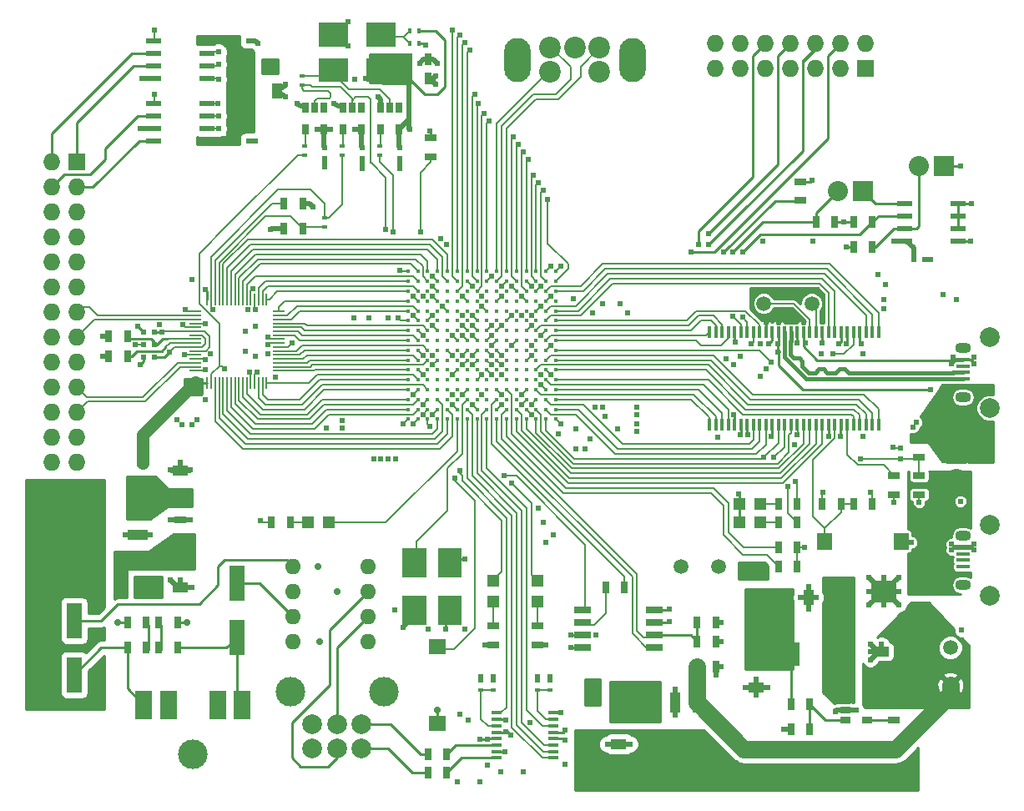
<source format=gbr>
G04 #@! TF.FileFunction,Copper,L1,Top,Signal*
%FSLAX46Y46*%
G04 Gerber Fmt 4.6, Leading zero omitted, Abs format (unit mm)*
G04 Created by KiCad (PCBNEW (2015-10-06 BZR 6248, Git 20a3e23)-product) date 2015-10-8 0:39:17*
%MOMM*%
G01*
G04 APERTURE LIST*
%ADD10C,0.100000*%
%ADD11C,1.501140*%
%ADD12C,0.400000*%
%ADD13R,1.600000X1.000000*%
%ADD14R,1.000000X1.600000*%
%ADD15R,1.198880X1.198880*%
%ADD16R,0.400000X1.200000*%
%ADD17R,0.700000X1.300000*%
%ADD18R,1.300000X0.700000*%
%ADD19C,3.000000*%
%ADD20R,1.800000X3.000000*%
%ADD21R,1.500000X2.400000*%
%ADD22R,1.727200X1.727200*%
%ADD23O,1.727200X1.727200*%
%ADD24R,1.060000X0.650000*%
%ADD25R,2.032000X3.657600*%
%ADD26R,2.032000X1.016000*%
%ADD27R,3.657600X2.032000*%
%ADD28R,1.016000X2.032000*%
%ADD29R,1.200000X0.240000*%
%ADD30R,0.240000X1.200000*%
%ADD31R,1.700000X0.650000*%
%ADD32R,0.650000X1.060000*%
%ADD33O,1.600000X1.600000*%
%ADD34R,1.550000X0.600000*%
%ADD35R,2.032000X2.032000*%
%ADD36O,2.032000X2.032000*%
%ADD37C,2.200000*%
%ADD38O,2.700000X4.500000*%
%ADD39C,2.000000*%
%ADD40R,1.700000X1.500000*%
%ADD41R,1.500000X1.700000*%
%ADD42R,0.600000X0.500000*%
%ADD43R,0.500000X0.600000*%
%ADD44R,0.600000X0.400000*%
%ADD45R,0.400000X0.600000*%
%ADD46R,1.600200X3.599180*%
%ADD47R,2.499360X2.301240*%
%ADD48R,1.000000X0.400000*%
%ADD49R,1.350000X0.400000*%
%ADD50O,1.600000X1.100000*%
%ADD51C,0.609600*%
%ADD52C,0.711200*%
%ADD53C,1.778000*%
%ADD54C,0.254000*%
%ADD55C,1.270000*%
%ADD56C,0.508000*%
%ADD57C,0.152400*%
%ADD58C,0.381000*%
G04 APERTURE END LIST*
D10*
D11*
X70584060Y-24765000D03*
X75465940Y-24765000D03*
D12*
X34500000Y-21500000D03*
X35500000Y-21500000D03*
X36500000Y-21500000D03*
X37500000Y-21500000D03*
X38500000Y-21500000D03*
X39500000Y-21500000D03*
X40500000Y-21500000D03*
X41500000Y-21500000D03*
X42500000Y-21500000D03*
X43500000Y-21500000D03*
X44500000Y-21500000D03*
X45500000Y-21500000D03*
X46500000Y-21500000D03*
X47500000Y-21500000D03*
X48500000Y-21500000D03*
X49500000Y-21500000D03*
X34500000Y-22500000D03*
X34500000Y-23500000D03*
X34500000Y-24500000D03*
X34500000Y-25500000D03*
X34500000Y-26500000D03*
X34500000Y-27500000D03*
X34500000Y-28500000D03*
X34500000Y-29500000D03*
X49500000Y-22500000D03*
X48500000Y-22500000D03*
X47500000Y-22500000D03*
X46500000Y-22500000D03*
X45500000Y-22500000D03*
X44500000Y-22500000D03*
X43500000Y-22500000D03*
X42500000Y-22500000D03*
X41500000Y-22500000D03*
X40500000Y-22500000D03*
X39500000Y-22500000D03*
X38500000Y-22500000D03*
X35500000Y-22500000D03*
X36500000Y-22500000D03*
X37500000Y-22500000D03*
X35500000Y-23500000D03*
X36500000Y-23500000D03*
X37500000Y-23500000D03*
X38500000Y-23500000D03*
X39500000Y-23500000D03*
X40500000Y-23500000D03*
X41500000Y-23500000D03*
X42500000Y-23500000D03*
X35500000Y-24500000D03*
X36500000Y-24500000D03*
X37500000Y-24500000D03*
X38500000Y-24500000D03*
X39500000Y-24500000D03*
X40500000Y-24500000D03*
X41500000Y-24500000D03*
X42500000Y-24500000D03*
X35500000Y-25500000D03*
X36500000Y-25500000D03*
X37500000Y-25500000D03*
X43500000Y-23500000D03*
X43500000Y-24500000D03*
X44500000Y-23500000D03*
X44500000Y-24500000D03*
X45500000Y-24500000D03*
X45500000Y-23500000D03*
X46500000Y-23500000D03*
X47500000Y-23500000D03*
X47500000Y-24500000D03*
X46500000Y-24500000D03*
X48500000Y-23500000D03*
X48500000Y-24500000D03*
X49500000Y-24500000D03*
X49500000Y-23500000D03*
X46500000Y-25500000D03*
X46500000Y-26500000D03*
X46500000Y-27500000D03*
X47500000Y-27500000D03*
X47500000Y-26500000D03*
X47500000Y-25500000D03*
X48500000Y-25500000D03*
X48500000Y-26500000D03*
X48500000Y-27500000D03*
X49500000Y-27500000D03*
X49500000Y-26500000D03*
X49500000Y-25500000D03*
X35500000Y-26500000D03*
X36500000Y-26500000D03*
X37500000Y-26500000D03*
X37500000Y-27500000D03*
X36500000Y-27500000D03*
X35500000Y-27500000D03*
X35500000Y-28500000D03*
X36500000Y-28500000D03*
X37500000Y-28500000D03*
X37500000Y-29500000D03*
X36500000Y-29500000D03*
X35500000Y-29500000D03*
X34500000Y-30500000D03*
X35500000Y-30500000D03*
X36500000Y-30500000D03*
X37500000Y-30500000D03*
X37500000Y-31500000D03*
X36500000Y-31500000D03*
X35500000Y-31500000D03*
X34500000Y-31500000D03*
X34500000Y-32500000D03*
X35500000Y-32500000D03*
X36500000Y-32500000D03*
X37500000Y-32500000D03*
X37500000Y-33500000D03*
X37500000Y-34500000D03*
X37500000Y-35500000D03*
X36500000Y-35500000D03*
X36500000Y-34500000D03*
X36500000Y-33500000D03*
X35500000Y-33500000D03*
X35500000Y-34500000D03*
X35500000Y-35500000D03*
X34500000Y-33500000D03*
X34500000Y-34500000D03*
X34500000Y-35500000D03*
X34500000Y-36500000D03*
X35500000Y-36500000D03*
X36500000Y-36500000D03*
X37500000Y-36500000D03*
X41500000Y-25500000D03*
X40500000Y-25500000D03*
X39500000Y-25500000D03*
X38500000Y-25500000D03*
X38500000Y-26500000D03*
X39500000Y-26500000D03*
X40500000Y-26500000D03*
X41500000Y-26500000D03*
X38500000Y-27500000D03*
X39500000Y-27500000D03*
X40500000Y-27500000D03*
X41500000Y-27500000D03*
X38500000Y-28500000D03*
X39500000Y-28500000D03*
X40500000Y-28500000D03*
X41500000Y-28500000D03*
X38500000Y-29500000D03*
X39500000Y-29500000D03*
X40500000Y-29500000D03*
X41500000Y-29500000D03*
X38500000Y-30500000D03*
X39500000Y-30500000D03*
X40500000Y-30500000D03*
X41500000Y-30500000D03*
X38500000Y-31500000D03*
X39500000Y-31500000D03*
X40500000Y-31500000D03*
X41500000Y-31500000D03*
X38500000Y-32500000D03*
X39500000Y-32500000D03*
X40500000Y-32500000D03*
X38500000Y-34500000D03*
X39500000Y-34500000D03*
X38500000Y-35500000D03*
X39500000Y-35500000D03*
X38500000Y-36500000D03*
X39500000Y-36500000D03*
X41500000Y-32500000D03*
X38500000Y-33500000D03*
X39500000Y-33500000D03*
X40500000Y-33500000D03*
X44500000Y-34500000D03*
X43500000Y-34500000D03*
X42500000Y-34500000D03*
X41500000Y-34500000D03*
X40500000Y-34500000D03*
X40500000Y-35500000D03*
X41500000Y-35500000D03*
X42500000Y-35500000D03*
X43500000Y-35500000D03*
X44500000Y-35500000D03*
X40500000Y-36500000D03*
X41500000Y-36500000D03*
X42500000Y-36500000D03*
X43500000Y-36500000D03*
X44500000Y-36500000D03*
X41500000Y-33500000D03*
X42500000Y-25500000D03*
X43500000Y-25500000D03*
X44500000Y-25500000D03*
X45500000Y-25500000D03*
X45500000Y-34500000D03*
X42500000Y-26500000D03*
X43500000Y-26500000D03*
X44500000Y-26500000D03*
X45500000Y-26500000D03*
X42500000Y-29500000D03*
X45500000Y-27500000D03*
X44500000Y-27500000D03*
X43500000Y-27500000D03*
X42500000Y-27500000D03*
X45500000Y-35500000D03*
X45500000Y-36500000D03*
X42500000Y-28500000D03*
X43500000Y-28500000D03*
X44500000Y-28500000D03*
X45500000Y-28500000D03*
X43500000Y-29500000D03*
X44500000Y-29500000D03*
X45500000Y-29500000D03*
X46500000Y-28500000D03*
X46500000Y-29500000D03*
X46500000Y-30500000D03*
X46500000Y-31500000D03*
X46500000Y-32500000D03*
X46500000Y-33500000D03*
X46500000Y-34500000D03*
X46500000Y-35500000D03*
X46500000Y-36500000D03*
X42500000Y-33500000D03*
X42500000Y-32500000D03*
X42500000Y-31500000D03*
X42500000Y-30500000D03*
X43500000Y-30500000D03*
X43500000Y-31500000D03*
X43500000Y-32500000D03*
X43500000Y-33500000D03*
X47500000Y-36500000D03*
X47500000Y-35500000D03*
X47500000Y-34500000D03*
X47500000Y-33500000D03*
X47500000Y-32500000D03*
X47500000Y-31500000D03*
X47500000Y-30500000D03*
X47500000Y-29500000D03*
X47500000Y-28500000D03*
X48500000Y-28500000D03*
X48500000Y-29500000D03*
X48500000Y-30500000D03*
X48500000Y-31500000D03*
X48500000Y-32500000D03*
X48500000Y-33500000D03*
X48500000Y-34500000D03*
X48500000Y-35500000D03*
X48500000Y-36500000D03*
X44500000Y-33500000D03*
X44500000Y-32500000D03*
X44500000Y-31500000D03*
X44500000Y-30500000D03*
X45500000Y-30500000D03*
X45500000Y-31500000D03*
X45500000Y-32500000D03*
X45500000Y-33500000D03*
X49500000Y-36500000D03*
X49500000Y-35500000D03*
X49500000Y-34500000D03*
X49500000Y-33500000D03*
X49500000Y-32500000D03*
X49500000Y-31500000D03*
X49500000Y-30500000D03*
X49500000Y-29500000D03*
X49500000Y-28500000D03*
D13*
X69850000Y-60730000D03*
X69850000Y-63730000D03*
D14*
X72160000Y-54610000D03*
X75160000Y-54610000D03*
D13*
X11430000Y-50570000D03*
X11430000Y-53570000D03*
X11430000Y-44680000D03*
X11430000Y-41680000D03*
X55880000Y-66445000D03*
X55880000Y-69445000D03*
D15*
X43180000Y-55024020D03*
X43180000Y-52925980D03*
X47625000Y-55024020D03*
X47625000Y-52925980D03*
D16*
X82232500Y-27685000D03*
X81597500Y-27685000D03*
X80962500Y-27685000D03*
X80327500Y-27685000D03*
X79692500Y-27685000D03*
X79057500Y-27685000D03*
X78422500Y-27685000D03*
X77787500Y-27685000D03*
X77152500Y-27685000D03*
X76517500Y-27685000D03*
X75882500Y-27685000D03*
X75247500Y-27685000D03*
X74612500Y-27685000D03*
X73977500Y-27685000D03*
X73342500Y-27685000D03*
X72707500Y-27685000D03*
X72072500Y-27685000D03*
X71437500Y-27685000D03*
X70802500Y-27685000D03*
X70167500Y-27685000D03*
X69532500Y-27685000D03*
X68897500Y-27685000D03*
X68262500Y-27685000D03*
X67627500Y-27685000D03*
X66992500Y-27685000D03*
X66357500Y-27685000D03*
X65722500Y-27685000D03*
X65087500Y-27685000D03*
X65087500Y-37085000D03*
X65722500Y-37085000D03*
X66357500Y-37085000D03*
X66992500Y-37085000D03*
X67627500Y-37085000D03*
X68262500Y-37085000D03*
X68897500Y-37085000D03*
X69532500Y-37085000D03*
X70167500Y-37085000D03*
X70802500Y-37085000D03*
X71437500Y-37085000D03*
X72072500Y-37085000D03*
X72707500Y-37085000D03*
X73342500Y-37085000D03*
X73977500Y-37085000D03*
X74612500Y-37085000D03*
X75247500Y-37085000D03*
X75882500Y-37085000D03*
X76517500Y-37085000D03*
X77152500Y-37085000D03*
X77787500Y-37085000D03*
X78422500Y-37085000D03*
X79057500Y-37085000D03*
X79692500Y-37085000D03*
X80327500Y-37085000D03*
X80962500Y-37085000D03*
X81597500Y-37085000D03*
X82232500Y-37085000D03*
D17*
X7300000Y-53975000D03*
X5400000Y-53975000D03*
D18*
X86360000Y-53660000D03*
X86360000Y-55560000D03*
D19*
X12700000Y-70485000D03*
D20*
X17700000Y-65485000D03*
X7700000Y-65485000D03*
X15200000Y-65485000D03*
X10200000Y-65485000D03*
D21*
X73450000Y-60325000D03*
X78950000Y-60325000D03*
D22*
X80890000Y-880000D03*
D23*
X80890000Y1660000D03*
X78350000Y-880000D03*
X78350000Y1660000D03*
X75810000Y-880000D03*
X75810000Y1660000D03*
X73270000Y-880000D03*
X73270000Y1660000D03*
X70730000Y-880000D03*
X70730000Y1660000D03*
X68190000Y-880000D03*
X68190000Y1660000D03*
X65650000Y-880000D03*
X65650000Y1660000D03*
D18*
X83820000Y-66990000D03*
X83820000Y-65090000D03*
D17*
X73345000Y-65405000D03*
X75245000Y-65405000D03*
X75245000Y-67945000D03*
X73345000Y-67945000D03*
X6030000Y-30099000D03*
X4130000Y-30099000D03*
X23810000Y-14605000D03*
X21910000Y-14605000D03*
X21910000Y-17145000D03*
X23810000Y-17145000D03*
X54540000Y-53585000D03*
X56440000Y-53585000D03*
D18*
X43180000Y-57470000D03*
X43180000Y-59370000D03*
D17*
X73975000Y-49530000D03*
X72075000Y-49530000D03*
X63820000Y-57150000D03*
X65720000Y-57150000D03*
X65720000Y-59055000D03*
X63820000Y-59055000D03*
X73975000Y-51435000D03*
X72075000Y-51435000D03*
D18*
X47625000Y-59370000D03*
X47625000Y-57470000D03*
D17*
X76520000Y-45085000D03*
X78420000Y-45085000D03*
D18*
X83820000Y-44130000D03*
X83820000Y-42230000D03*
X74295000Y-14285000D03*
X74295000Y-12385000D03*
X86360000Y-40320000D03*
X86360000Y-38420000D03*
D17*
X81595000Y-19050000D03*
X79695000Y-19050000D03*
X79695000Y-16510000D03*
X81595000Y-16510000D03*
X77785000Y-16510000D03*
X75885000Y-16510000D03*
D24*
X78910000Y-65090000D03*
X78910000Y-66040000D03*
X78910000Y-66990000D03*
X81110000Y-66990000D03*
X81110000Y-65090000D03*
D25*
X508000Y-48260000D03*
D26*
X7112000Y-48260000D03*
X7112000Y-45974000D03*
X7112000Y-50546000D03*
D27*
X61595000Y-71882000D03*
D28*
X61595000Y-65278000D03*
X59309000Y-65278000D03*
X63881000Y-65278000D03*
D29*
X12895000Y-25575000D03*
X12895000Y-25975000D03*
X12895000Y-26375000D03*
X12895000Y-26775000D03*
X12895000Y-27175000D03*
X12895000Y-27575000D03*
X12895000Y-27975000D03*
X12895000Y-28375000D03*
X12895000Y-28775000D03*
X12895000Y-29175000D03*
X12895000Y-29575000D03*
X12895000Y-29975000D03*
X12895000Y-30375000D03*
X12895000Y-30775000D03*
X12895000Y-31175000D03*
X12895000Y-31575000D03*
D30*
X14145000Y-32825000D03*
X14545000Y-32825000D03*
X14945000Y-32825000D03*
X15345000Y-32825000D03*
X15745000Y-32825000D03*
X16145000Y-32825000D03*
X16545000Y-32825000D03*
X16945000Y-32825000D03*
X17345000Y-32825000D03*
X17745000Y-32825000D03*
X18145000Y-32825000D03*
X18545000Y-32825000D03*
X18945000Y-32825000D03*
X19345000Y-32825000D03*
X19745000Y-32825000D03*
X20145000Y-32825000D03*
D29*
X21395000Y-31575000D03*
X21395000Y-31175000D03*
X21395000Y-30775000D03*
X21395000Y-30375000D03*
X21395000Y-29975000D03*
X21395000Y-29575000D03*
X21395000Y-29175000D03*
X21395000Y-28775000D03*
X21395000Y-28375000D03*
X21395000Y-27975000D03*
X21395000Y-27575000D03*
X21395000Y-27175000D03*
X21395000Y-26775000D03*
X21395000Y-26375000D03*
X21395000Y-25975000D03*
X21395000Y-25575000D03*
D30*
X20145000Y-24325000D03*
X19745000Y-24325000D03*
X19345000Y-24325000D03*
X18945000Y-24325000D03*
X18545000Y-24325000D03*
X18145000Y-24325000D03*
X17745000Y-24325000D03*
X17345000Y-24325000D03*
X16945000Y-24325000D03*
X16545000Y-24325000D03*
X16145000Y-24325000D03*
X15745000Y-24325000D03*
X15345000Y-24325000D03*
X14945000Y-24325000D03*
X14545000Y-24325000D03*
X14145000Y-24325000D03*
D31*
X52230000Y-55880000D03*
X52230000Y-57150000D03*
X52230000Y-58420000D03*
X52230000Y-59690000D03*
X59530000Y-59690000D03*
X59530000Y-58420000D03*
X59530000Y-57150000D03*
X59530000Y-55880000D03*
D32*
X25960000Y-4860000D03*
X25010000Y-4860000D03*
X24060000Y-4860000D03*
X24060000Y-7060000D03*
X25960000Y-7060000D03*
X29770000Y-4860000D03*
X28820000Y-4860000D03*
X27870000Y-4860000D03*
X27870000Y-7060000D03*
X29770000Y-7060000D03*
X33580000Y-4860000D03*
X32630000Y-4860000D03*
X31680000Y-4860000D03*
X31680000Y-7060000D03*
X33580000Y-7060000D03*
D33*
X22860000Y-51435000D03*
X22860000Y-53975000D03*
X22860000Y-56515000D03*
X22860000Y-59055000D03*
X30480000Y-59055000D03*
X30480000Y-56515000D03*
X30480000Y-53975000D03*
X30480000Y-51435000D03*
D34*
X90330000Y-18415000D03*
X90330000Y-17145000D03*
X90330000Y-15875000D03*
X90330000Y-14605000D03*
X84930000Y-14605000D03*
X84930000Y-15875000D03*
X84930000Y-17145000D03*
X84930000Y-18415000D03*
D17*
X7935000Y-57150000D03*
X6035000Y-57150000D03*
X9210000Y-57150000D03*
X11110000Y-57150000D03*
D14*
X18185000Y-3175000D03*
X21185000Y-3175000D03*
D15*
X68165980Y-45085000D03*
X70264020Y-45085000D03*
X68165980Y-46990000D03*
X70264020Y-46990000D03*
D17*
X20000000Y-635000D03*
X18100000Y-635000D03*
D18*
X86360000Y-44130000D03*
X86360000Y-42230000D03*
D17*
X72075000Y-45085000D03*
X73975000Y-45085000D03*
X72075000Y-46990000D03*
X73975000Y-46990000D03*
D18*
X36830000Y-7940000D03*
X36830000Y-9840000D03*
D34*
X8730000Y1905000D03*
X8730000Y635000D03*
X8730000Y-635000D03*
X8730000Y-1905000D03*
X14130000Y-1905000D03*
X14130000Y-635000D03*
X14130000Y635000D03*
X14130000Y1905000D03*
X14130000Y-8255000D03*
X14130000Y-6985000D03*
X14130000Y-5715000D03*
X14130000Y-4445000D03*
X8730000Y-4445000D03*
X8730000Y-5715000D03*
X8730000Y-6985000D03*
X8730000Y-8255000D03*
D35*
X80645000Y-13335000D03*
D36*
X78105000Y-13335000D03*
D35*
X90170000Y-40005000D03*
D36*
X90170000Y-42545000D03*
D35*
X88900000Y-10795000D03*
D36*
X86360000Y-10795000D03*
D37*
X51435000Y1230000D03*
X48935000Y1230000D03*
X53935000Y1230000D03*
X48935000Y-1270000D03*
X53935000Y-1270000D03*
D38*
X45585000Y-20000D03*
X57285000Y-20000D03*
D39*
X27305000Y-67435000D03*
X27305000Y-69935000D03*
X29805000Y-69935000D03*
X24805000Y-69935000D03*
X24805000Y-67435000D03*
X29805000Y-67435000D03*
D19*
X32055000Y-64135000D03*
X22555000Y-64135000D03*
D40*
X37465000Y-59600000D03*
X37465000Y-67400000D03*
D41*
X84545000Y-48895000D03*
X76745000Y-48895000D03*
D18*
X11430000Y-48575000D03*
X11430000Y-46675000D03*
D17*
X63820000Y-61595000D03*
X65720000Y-61595000D03*
X6030000Y-28067000D03*
X4130000Y-28067000D03*
X34610000Y0D03*
X36510000Y0D03*
X36515000Y-72390000D03*
X38415000Y-72390000D03*
X36515000Y-70485000D03*
X38415000Y-70485000D03*
X6035000Y-59690000D03*
X7935000Y-59690000D03*
X11110000Y-59690000D03*
X9210000Y-59690000D03*
X79695000Y-45085000D03*
X81595000Y-45085000D03*
D42*
X8805000Y-27686000D03*
X7705000Y-27686000D03*
X8805000Y-30226000D03*
X7705000Y-30226000D03*
X8805000Y-28956000D03*
X7705000Y-28956000D03*
D43*
X29845000Y-8975000D03*
X29845000Y-10075000D03*
X26035000Y-8975000D03*
X26035000Y-10075000D03*
X33655000Y-8975000D03*
X33655000Y-10075000D03*
D42*
X17230000Y1905000D03*
X18330000Y1905000D03*
X17230000Y-8255000D03*
X18330000Y-8255000D03*
X86910000Y-20320000D03*
X85810000Y-20320000D03*
D43*
X84455000Y-40555000D03*
X84455000Y-39455000D03*
D17*
X36510000Y-1905000D03*
X34610000Y-1905000D03*
D44*
X26035000Y-16060000D03*
X26035000Y-16960000D03*
D45*
X34720000Y2930000D03*
X35620000Y2930000D03*
X34720000Y1660000D03*
X35620000Y1660000D03*
D44*
X23740000Y-1700000D03*
X23740000Y-2600000D03*
X31614000Y-8812000D03*
X31614000Y-9712000D03*
X23994000Y-8812000D03*
X23994000Y-9712000D03*
X27804000Y-8812000D03*
X27804000Y-9712000D03*
D46*
X635000Y-56939180D03*
X635000Y-62440820D03*
X17145000Y-53129180D03*
X17145000Y-58630820D03*
D47*
X78496160Y-53975000D03*
X82793840Y-53975000D03*
D18*
X69850000Y-52390000D03*
X69850000Y-54290000D03*
X7620000Y-40960000D03*
X7620000Y-42860000D03*
D17*
X53660000Y-64135000D03*
X55560000Y-64135000D03*
D15*
X24350980Y-46990000D03*
X26449020Y-46990000D03*
D17*
X22540000Y-46990000D03*
X20640000Y-46990000D03*
D44*
X47625000Y-63050000D03*
X47625000Y-63950000D03*
X43180000Y-63050000D03*
X43180000Y-63950000D03*
X48895000Y-63050000D03*
X48895000Y-63950000D03*
X41910000Y-63050000D03*
X41910000Y-63950000D03*
D48*
X49255000Y-70855000D03*
X49255000Y-70205000D03*
X49255000Y-69555000D03*
X49255000Y-68905000D03*
X49255000Y-68255000D03*
X49255000Y-67605000D03*
X49255000Y-66955000D03*
X49255000Y-66305000D03*
X43455000Y-66305000D03*
X43455000Y-66955000D03*
X43455000Y-67605000D03*
X43455000Y-68255000D03*
X43455000Y-68905000D03*
X43455000Y-69555000D03*
X43455000Y-70205000D03*
X43455000Y-70855000D03*
D22*
X880000Y-10405000D03*
D23*
X-1660000Y-10405000D03*
X880000Y-12945000D03*
X-1660000Y-12945000D03*
X880000Y-15485000D03*
X-1660000Y-15485000D03*
X880000Y-18025000D03*
X-1660000Y-18025000D03*
X880000Y-20565000D03*
X-1660000Y-20565000D03*
X880000Y-23105000D03*
X-1660000Y-23105000D03*
X880000Y-25645000D03*
X-1660000Y-25645000D03*
X880000Y-28185000D03*
X-1660000Y-28185000D03*
X880000Y-30725000D03*
X-1660000Y-30725000D03*
X880000Y-33265000D03*
X-1660000Y-33265000D03*
X880000Y-35805000D03*
X-1660000Y-35805000D03*
X880000Y-38345000D03*
X-1660000Y-38345000D03*
X880000Y-40885000D03*
X-1660000Y-40885000D03*
D49*
X90805000Y-52100000D03*
X90805000Y-51450000D03*
X90805000Y-50800000D03*
X90805000Y-50150000D03*
X90805000Y-49500000D03*
D50*
X90805000Y-53300000D03*
X90805000Y-48300000D03*
D39*
X93505000Y-54400000D03*
X93505000Y-47200000D03*
D49*
X90805000Y-33050000D03*
X90805000Y-32400000D03*
X90805000Y-31750000D03*
X90805000Y-31100000D03*
X90805000Y-30450000D03*
D50*
X90805000Y-34250000D03*
X90805000Y-29250000D03*
D39*
X93505000Y-35350000D03*
X93505000Y-28150000D03*
D10*
G36*
X39935000Y-57380000D02*
X37535000Y-57380000D01*
X37535000Y-54380000D01*
X39935000Y-54380000D01*
X39935000Y-57380000D01*
X39935000Y-57380000D01*
G37*
G36*
X39935000Y-52580000D02*
X37535000Y-52580000D01*
X37535000Y-49580000D01*
X39935000Y-49580000D01*
X39935000Y-52580000D01*
X39935000Y-52580000D01*
G37*
G36*
X36335000Y-52580000D02*
X33935000Y-52580000D01*
X33935000Y-49580000D01*
X36335000Y-49580000D01*
X36335000Y-52580000D01*
X36335000Y-52580000D01*
G37*
G36*
X36335000Y-57380000D02*
X33935000Y-57380000D01*
X33935000Y-54380000D01*
X36335000Y-54380000D01*
X36335000Y-57380000D01*
X36335000Y-57380000D01*
G37*
G36*
X33250000Y3740000D02*
X33250000Y1340000D01*
X30250000Y1340000D01*
X30250000Y3740000D01*
X33250000Y3740000D01*
X33250000Y3740000D01*
G37*
G36*
X28450000Y3740000D02*
X28450000Y1340000D01*
X25450000Y1340000D01*
X25450000Y3740000D01*
X28450000Y3740000D01*
X28450000Y3740000D01*
G37*
G36*
X28450000Y140000D02*
X28450000Y-2260000D01*
X25450000Y-2260000D01*
X25450000Y140000D01*
X28450000Y140000D01*
X28450000Y140000D01*
G37*
G36*
X33250000Y140000D02*
X33250000Y-2260000D01*
X30250000Y-2260000D01*
X30250000Y140000D01*
X33250000Y140000D01*
X33250000Y140000D01*
G37*
D13*
X82550000Y-63095000D03*
X82550000Y-60095000D03*
D11*
X62230000Y-51435000D03*
X66040000Y-51435000D03*
X89535000Y-59690000D03*
X89535000Y-63500000D03*
D51*
X9271000Y-54356000D03*
X9271000Y-53594000D03*
X9271000Y-52832000D03*
X8509000Y-52832000D03*
X8509000Y-53594000D03*
X8509000Y-54356000D03*
X87503000Y-20320000D03*
X80645000Y-29845000D03*
X78232000Y-28829000D03*
X80518000Y-28829000D03*
X72009000Y-28829000D03*
X72009000Y-29718000D03*
X70231000Y-28829000D03*
X65913000Y-38354000D03*
X68961000Y-38100000D03*
X80645000Y-38227000D03*
X81407000Y-60960000D03*
X82550000Y-59309000D03*
X81407000Y-59309000D03*
X81407000Y-60071000D03*
X75946000Y-54610000D03*
X74295000Y-54610000D03*
X69850000Y-64516000D03*
X69850000Y-62865000D03*
X53594000Y-58420000D03*
X50419000Y-71501000D03*
X11430000Y-40894000D03*
X10414000Y-52832000D03*
X21082000Y-32258000D03*
X18415000Y-31750000D03*
X20320000Y-29845000D03*
X20320000Y-28956000D03*
X18288000Y-25400000D03*
X18796000Y-23241000D03*
X13970000Y-26797000D03*
X9271000Y-26924000D03*
X14478000Y-29845000D03*
X11938000Y-25400000D03*
X12573000Y-22352000D03*
X13970000Y-31496000D03*
X13970000Y-34544000D03*
X7366000Y-30924500D03*
X27800000Y-37400000D03*
X27800000Y-36600000D03*
X26200000Y-37400000D03*
X49000000Y-32000000D03*
X12573000Y-37084000D03*
X11557000Y-37084000D03*
X75500000Y-12250000D03*
X74750000Y-49500000D03*
X66294000Y-59055000D03*
X81280000Y-55372000D03*
X81280000Y-52578000D03*
X84328000Y-55372000D03*
X84328000Y-52578000D03*
X87503000Y-33528000D03*
X76454000Y-29845000D03*
X74777600Y-28778200D03*
X89662000Y-49784000D03*
X89662000Y-49149000D03*
X91948000Y-49784000D03*
X91948000Y-49149000D03*
X29083000Y-2032000D03*
X78994000Y-19050000D03*
X89662000Y-30861000D03*
X89789000Y-30226000D03*
X91948000Y-30861000D03*
X91948000Y-30226000D03*
X48000000Y-32000000D03*
X42000000Y-34000000D03*
X43000000Y-31000000D03*
X40000000Y-31000000D03*
X39000000Y-34000000D03*
X48895000Y-62611000D03*
X41910000Y-62611000D03*
X50038000Y-66294000D03*
X44323000Y-70231000D03*
X44450000Y-67056000D03*
X70485000Y-18415000D03*
X75565000Y-18415000D03*
X45000000Y-29000000D03*
X86106000Y-36830000D03*
X85725000Y-37338000D03*
X90678000Y-57912000D03*
X90551000Y-44831000D03*
X90170000Y-24384000D03*
X88773000Y-23876000D03*
X3556000Y-30099000D03*
X3556000Y-28067000D03*
X7112000Y-27051000D03*
X6858000Y-28892500D03*
X47000000Y-29000000D03*
X73700000Y-39100000D03*
X37800000Y-18200000D03*
X38400000Y-18800000D03*
X36000000Y-32000000D03*
X37000000Y-30000000D03*
X28448000Y1397000D03*
X28448000Y3810000D03*
X36250000Y1500000D03*
X36750000Y-7250000D03*
X48500000Y-49000000D03*
X49250000Y-48250000D03*
X30500000Y-26250000D03*
X29000000Y-26250000D03*
X56750000Y-25750000D03*
X56000000Y-24750000D03*
X51300000Y-24300000D03*
X42000000Y-24000000D03*
X37000000Y-24000000D03*
X36000000Y-24000000D03*
X33700000Y-21400000D03*
X34000000Y-37000000D03*
X36000000Y-35000000D03*
X47000000Y-35000000D03*
X42000000Y-25000000D03*
X41000000Y-23000000D03*
X47000000Y-26000000D03*
X44000000Y-35000000D03*
X46000000Y-24000000D03*
X46000000Y-26000000D03*
X39000000Y-35000000D03*
X52500000Y-39500000D03*
X51500000Y-39500000D03*
X57750000Y-37750000D03*
X57750000Y-37000000D03*
X57750000Y-36000000D03*
X57750000Y-35250000D03*
X44000000Y-32000000D03*
X40000000Y-26000000D03*
X39000000Y-30000000D03*
X41000000Y-27000000D03*
X75184000Y-55753000D03*
X75184000Y-53467000D03*
X68707000Y-63754000D03*
X70993000Y-63754000D03*
X19050000Y-30099000D03*
X18034000Y-29591000D03*
X13970000Y-30480000D03*
X11049000Y-36576000D03*
X13081000Y-36576000D03*
X12446000Y-41656000D03*
X10414000Y-41656000D03*
X12446000Y-46736000D03*
X10414000Y-46736000D03*
X5842000Y-48260000D03*
X8382000Y-48260000D03*
X11430000Y-52832000D03*
X12573000Y-53594000D03*
X54737000Y-69469000D03*
X57023000Y-69469000D03*
X65786000Y-62484000D03*
X66294000Y-61595000D03*
X61595000Y-66548000D03*
X61595000Y-63881000D03*
X85598000Y-49022000D03*
X81280000Y-53975000D03*
X82804000Y-55372000D03*
X84328000Y-53975000D03*
X82804000Y-52578000D03*
X72644000Y-67945000D03*
X80010000Y-66040000D03*
X77851000Y-66167000D03*
X70612000Y-26416000D03*
X77216000Y-38227000D03*
X67564000Y-36068000D03*
X66802000Y-30353000D03*
X82804000Y-24384000D03*
X82804000Y-25273000D03*
X70231000Y-32131000D03*
X70866000Y-31369000D03*
X40259000Y-50673000D03*
X33147000Y-55880000D03*
X36576000Y-57785000D03*
X42545000Y-71628000D03*
X46863000Y-67310000D03*
X46228000Y-72263000D03*
X43942000Y-72263000D03*
X39497000Y-73279000D03*
X41783000Y-73279000D03*
X51054000Y-59690000D03*
X50419000Y-68072000D03*
D52*
X37465000Y-66040000D03*
X25400000Y-51435000D03*
X27305000Y-53975000D03*
X25527000Y-59055000D03*
X12065000Y-57150000D03*
X5080000Y-57150000D03*
D51*
X31496000Y-3810000D03*
X27000000Y-4500000D03*
X23250000Y-4500000D03*
X29845000Y-11049000D03*
X33655000Y-11049000D03*
X26035000Y-10922000D03*
X35687000Y-381000D03*
X37465000Y-381000D03*
X19304000Y1651000D03*
X19050000Y-8255000D03*
X7493000Y-1905000D03*
X7366000Y-6985000D03*
X22098000Y-2540000D03*
X22098000Y-3810000D03*
X91694000Y-14605000D03*
X83693000Y-39370000D03*
X86360000Y-44958000D03*
X81407000Y-43942000D03*
X50000000Y-37000000D03*
X50000000Y-21000000D03*
X46000000Y-34000000D03*
X42000000Y-32000000D03*
X41000000Y-30000000D03*
X40000000Y-28000000D03*
X48000000Y-28000000D03*
X36000000Y-28000000D03*
X44000000Y-23000000D03*
X43000000Y-28000000D03*
X43000000Y-30000000D03*
X41000000Y-31000000D03*
X43000000Y-29000000D03*
X53000000Y-38500000D03*
X51500000Y-37500000D03*
X55750000Y-37500000D03*
X54500000Y-36250000D03*
X54250000Y-35250000D03*
X53500000Y-35250000D03*
X44000000Y-31000000D03*
X40000000Y-27000000D03*
X43000000Y-27000000D03*
X40000000Y-30000000D03*
X41000000Y-28000000D03*
X70866000Y-52324000D03*
X70612000Y-51435000D03*
X68326000Y-51435000D03*
X69088000Y-51435000D03*
X68326000Y-52324000D03*
X69850000Y-51435000D03*
X9525000Y-27686000D03*
X10287000Y-29718000D03*
X83820000Y-18415000D03*
X78994000Y-28829000D03*
X71120000Y-28829000D03*
X68199000Y-38100000D03*
X78359000Y-38227000D03*
X51054000Y-58420000D03*
X50419000Y-69088000D03*
X19177000Y-31750000D03*
X20320000Y-28194000D03*
X66294000Y-57150000D03*
X78740000Y-16510000D03*
X90551000Y-10795000D03*
X19500000Y-46750000D03*
X47625000Y-62611000D03*
X43180000Y-62611000D03*
X68072000Y-44069000D03*
X61000000Y-57000000D03*
X61000000Y-55750000D03*
X49750000Y-38000000D03*
X49000000Y-29000000D03*
X47000000Y-30000000D03*
X31000000Y-40500000D03*
X31750000Y-40500000D03*
X32500000Y-40500000D03*
X33250000Y-40500000D03*
X37000000Y-22000000D03*
X37000000Y-31000000D03*
X21000000Y-1250000D03*
X21000000Y-500000D03*
X48250000Y-47000000D03*
X47750000Y-45500000D03*
X32500000Y-26250000D03*
X54250000Y-24750000D03*
X53250000Y-25750000D03*
X49000000Y-24000000D03*
X35000000Y-24000000D03*
X35000000Y-34000000D03*
X37000000Y-36000000D03*
X47000000Y-36000000D03*
X47000000Y-23000000D03*
X48000000Y-33000000D03*
X47000000Y-27000000D03*
X37000000Y-27000000D03*
X19050000Y-27051000D03*
X18034000Y-27559000D03*
X19050000Y-25400000D03*
X52959000Y-64897000D03*
X52959000Y-63373000D03*
X53594000Y-65151000D03*
X52959000Y-64135000D03*
X53594000Y-63119000D03*
X48514000Y-59436000D03*
X42291000Y-59436000D03*
X71374000Y-38227000D03*
X67691000Y-28702000D03*
X82931000Y-22860000D03*
X82169000Y-21844000D03*
X67564000Y-30988000D03*
X68199000Y-30099000D03*
X34036000Y-57658000D03*
X40259000Y-57785000D03*
X40640000Y-67056000D03*
X39751000Y-66421000D03*
X37338000Y-1651000D03*
X37338000Y-2540000D03*
X91567000Y-18415000D03*
X83820000Y-44958000D03*
X76581000Y-43942000D03*
X41000000Y-35000000D03*
X44000000Y-34000000D03*
X40000000Y-34000000D03*
X36000000Y-30000000D03*
X44000000Y-24000000D03*
X40000000Y-24000000D03*
X43000000Y-22000000D03*
X24892000Y-14986000D03*
X20574000Y-17272000D03*
X12954000Y-33528000D03*
X12954000Y-32766000D03*
X12192000Y-33528000D03*
X11684000Y-26924000D03*
X11811000Y-29972000D03*
X13970000Y-23368000D03*
X12192000Y-32766000D03*
X44450000Y-68199000D03*
X44958000Y-68580000D03*
X42545000Y-68961000D03*
X41783000Y-68961000D03*
X76504800Y-28778200D03*
X73990200Y-28778200D03*
X39750000Y-41750000D03*
X36000000Y-36000000D03*
X45000000Y-43000000D03*
X46000000Y-35000000D03*
X66548000Y-19558000D03*
X69342000Y-28829000D03*
X68453000Y-19558000D03*
X68453000Y-26162000D03*
X70612000Y-40386000D03*
X73025000Y-43307000D03*
X14732000Y-25400000D03*
X44250000Y-42250000D03*
X36750000Y-37250000D03*
X15875000Y-31369000D03*
X71374000Y-30734000D03*
X77597000Y-29845000D03*
X33000000Y-17500000D03*
X35000000Y-26000000D03*
X32250000Y-17250000D03*
X33500000Y-26250000D03*
X22750000Y-28750000D03*
X37000000Y-26000000D03*
X67437000Y-26035000D03*
X67437000Y-19558000D03*
X44000000Y-30000000D03*
X44000000Y-27000000D03*
X38000000Y-25000000D03*
X41000000Y-26000000D03*
X43000000Y-32000000D03*
X45000000Y-26000000D03*
X39000000Y-32000000D03*
X39000000Y-28000000D03*
X74000000Y-38100000D03*
X80391000Y-40513000D03*
X73787000Y-42799000D03*
X71628000Y-40386000D03*
X37000000Y-23000000D03*
X35750000Y-17500000D03*
X35000000Y-37000000D03*
X39250000Y-42500000D03*
X39000000Y3000000D03*
X8750000Y3000000D03*
X40750000Y1000000D03*
X15250000Y-2000000D03*
X15250000Y-500000D03*
X40250000Y1750000D03*
X39750000Y2500000D03*
X15250000Y750000D03*
X42750000Y-6250000D03*
X15250000Y-7000000D03*
X42250000Y-5500000D03*
X15250000Y-5750000D03*
X41656000Y-4445000D03*
X15240000Y-4445000D03*
X41250000Y-3500000D03*
X8750000Y-3500000D03*
X63250000Y-19500000D03*
X49000000Y-21000000D03*
X48000000Y-23000000D03*
X65015000Y-18787000D03*
X65015000Y-17644000D03*
X48000000Y-25000000D03*
X63999000Y-18787000D03*
X45000000Y-23000000D03*
X26670000Y-7112000D03*
X25273000Y-7112000D03*
X30226000Y-1905000D03*
X34671000Y-7112000D03*
X29083000Y-7112000D03*
X45203000Y-7865000D03*
X45711000Y-8627000D03*
X46219000Y-9389000D03*
X46727000Y-10151000D03*
X47250000Y-11750000D03*
X47750000Y-12500000D03*
X48250000Y-13250000D03*
X48641000Y-14224000D03*
X38354000Y-57785000D03*
D53*
X89535000Y-63500000D02*
X89535000Y-64389000D01*
X89535000Y-64389000D02*
X83947000Y-69977000D01*
X83947000Y-69977000D02*
X68580000Y-69977000D01*
X68580000Y-69977000D02*
X63881000Y-65278000D01*
X63820000Y-61595000D02*
X63820000Y-65217000D01*
X63820000Y-65217000D02*
X63881000Y-65278000D01*
D54*
X9271000Y-52832000D02*
X8509000Y-52832000D01*
X8509000Y-54356000D02*
X8509000Y-53594000D01*
D55*
X63820000Y-65217000D02*
X63881000Y-65278000D01*
D56*
X86910000Y-20320000D02*
X87503000Y-20320000D01*
D54*
X78422500Y-27685000D02*
X78422500Y-28638500D01*
X78422500Y-28638500D02*
X78232000Y-28829000D01*
X80327500Y-27685000D02*
X80327500Y-28638500D01*
X80327500Y-28638500D02*
X80518000Y-28829000D01*
X72009000Y-29718000D02*
X72009000Y-28829000D01*
X72072500Y-28765500D02*
X72009000Y-28829000D01*
X72072500Y-28765500D02*
X72072500Y-27685000D01*
D56*
X72009000Y-29718000D02*
X72072500Y-29718000D01*
X72072500Y-29718000D02*
X72009000Y-29718000D01*
X72009000Y-29718000D02*
X72072500Y-29718000D01*
D54*
X68897500Y-37085000D02*
X68897500Y-38036500D01*
X68897500Y-38036500D02*
X68961000Y-38100000D01*
D56*
X82550000Y-60095000D02*
X82272000Y-60095000D01*
X82272000Y-60095000D02*
X81407000Y-60960000D01*
X82550000Y-60095000D02*
X82550000Y-59309000D01*
X82550000Y-60095000D02*
X82193000Y-60095000D01*
X82193000Y-60095000D02*
X81407000Y-59309000D01*
X82550000Y-60095000D02*
X81431000Y-60095000D01*
X81431000Y-60095000D02*
X81407000Y-60071000D01*
X75160000Y-54610000D02*
X75946000Y-54610000D01*
X75160000Y-54610000D02*
X74295000Y-54610000D01*
X69850000Y-63730000D02*
X69850000Y-64516000D01*
X69850000Y-63730000D02*
X69850000Y-62865000D01*
D54*
X51054000Y-59690000D02*
X52230000Y-59690000D01*
D56*
X11430000Y-41680000D02*
X11430000Y-40894000D01*
X11430000Y-53570000D02*
X11152000Y-53570000D01*
X11152000Y-53570000D02*
X10414000Y-52832000D01*
D57*
X18545000Y-32825000D02*
X18545000Y-31880000D01*
X18545000Y-31880000D02*
X18415000Y-31750000D01*
X21395000Y-28775000D02*
X20501000Y-28775000D01*
X20501000Y-28775000D02*
X20320000Y-28956000D01*
X18545000Y-24325000D02*
X18545000Y-23492000D01*
X18545000Y-23492000D02*
X18796000Y-23241000D01*
X12895000Y-26775000D02*
X13948000Y-26775000D01*
X13948000Y-26775000D02*
X13970000Y-26797000D01*
X12895000Y-25575000D02*
X12113000Y-25575000D01*
X12113000Y-25575000D02*
X11938000Y-25400000D01*
X12895000Y-31575000D02*
X13891000Y-31575000D01*
X13891000Y-31575000D02*
X13970000Y-31496000D01*
D54*
X7705000Y-27686000D02*
X7705000Y-27644000D01*
X7705000Y-27644000D02*
X7112000Y-27051000D01*
X7705000Y-30226000D02*
X7705000Y-30585500D01*
X7705000Y-30585500D02*
X7366000Y-30924500D01*
D57*
X7705000Y-30585500D02*
X7366000Y-30924500D01*
D54*
X74295000Y-12385000D02*
X75365000Y-12385000D01*
X75365000Y-12385000D02*
X75500000Y-12250000D01*
D57*
X73975000Y-49530000D02*
X74720000Y-49530000D01*
X74720000Y-49530000D02*
X74750000Y-49500000D01*
X73975000Y-49530000D02*
X73975000Y-51435000D01*
D54*
X65720000Y-59055000D02*
X66294000Y-59055000D01*
D56*
X82793840Y-53975000D02*
X82677000Y-53975000D01*
X82677000Y-53975000D02*
X81280000Y-55372000D01*
X82793840Y-53975000D02*
X82677000Y-53975000D01*
X82677000Y-53975000D02*
X81280000Y-52578000D01*
X82793840Y-53975000D02*
X82931000Y-53975000D01*
X82931000Y-53975000D02*
X84328000Y-55372000D01*
X82793840Y-53975000D02*
X82804000Y-53975000D01*
X82804000Y-53975000D02*
X84328000Y-52578000D01*
D54*
X72072500Y-29718000D02*
X72072500Y-31051500D01*
X74549000Y-33528000D02*
X87503000Y-33528000D01*
X72072500Y-31051500D02*
X74549000Y-33528000D01*
X74612500Y-27685000D02*
X74612500Y-28613100D01*
X74612500Y-28613100D02*
X74777600Y-28778200D01*
D56*
X90805000Y-49500000D02*
X89946000Y-49500000D01*
D54*
X89946000Y-49500000D02*
X89662000Y-49784000D01*
X90805000Y-49500000D02*
X90013000Y-49500000D01*
X90013000Y-49500000D02*
X89662000Y-49149000D01*
D56*
X90805000Y-49500000D02*
X91664000Y-49500000D01*
D54*
X91664000Y-49500000D02*
X91948000Y-49784000D01*
X90805000Y-49500000D02*
X91597000Y-49500000D01*
X91597000Y-49500000D02*
X91948000Y-49149000D01*
X79695000Y-19050000D02*
X78994000Y-19050000D01*
X90330000Y-15875000D02*
X90330000Y-17145000D01*
X90330000Y-14605000D02*
X90330000Y-15875000D01*
X90805000Y-30450000D02*
X90073000Y-30450000D01*
X90073000Y-30450000D02*
X89662000Y-30861000D01*
X90805000Y-30450000D02*
X90013000Y-30450000D01*
X90013000Y-30450000D02*
X89789000Y-30226000D01*
X90805000Y-30450000D02*
X91537000Y-30450000D01*
X91537000Y-30450000D02*
X91948000Y-30861000D01*
X90805000Y-30450000D02*
X91724000Y-30450000D01*
X91724000Y-30450000D02*
X91948000Y-30226000D01*
X76008000Y-30500000D02*
X90755000Y-30500000D01*
X90755000Y-30500000D02*
X90805000Y-30450000D01*
D57*
X43000000Y-31000000D02*
X42500000Y-30500000D01*
X40000000Y-31000000D02*
X40500000Y-30500000D01*
D54*
X48895000Y-63050000D02*
X48895000Y-62611000D01*
X41910000Y-63050000D02*
X41910000Y-62611000D01*
X49255000Y-66305000D02*
X50027000Y-66305000D01*
X50027000Y-66305000D02*
X50038000Y-66294000D01*
X43455000Y-70205000D02*
X44297000Y-70205000D01*
X44297000Y-70205000D02*
X44323000Y-70231000D01*
X43455000Y-66955000D02*
X44349000Y-66955000D01*
X44349000Y-66955000D02*
X44450000Y-67056000D01*
D57*
X45500000Y-28500000D02*
X45000000Y-29000000D01*
X4130000Y-30099000D02*
X3556000Y-30099000D01*
X4130000Y-28067000D02*
X3556000Y-28067000D01*
X7705000Y-27686000D02*
X7705000Y-27644000D01*
X7705000Y-27644000D02*
X7112000Y-27051000D01*
X7705000Y-28956000D02*
X6921500Y-28956000D01*
X6921500Y-28956000D02*
X6858000Y-28892500D01*
X36000000Y-32000000D02*
X35500000Y-31500000D01*
D54*
X26795000Y2295000D02*
X25790000Y2295000D01*
X25790000Y2295000D02*
X28448000Y1397000D01*
X26795000Y2295000D02*
X28446000Y3808000D01*
X28446000Y3808000D02*
X28448000Y3810000D01*
X35620000Y1660000D02*
X36090000Y1660000D01*
X36090000Y1660000D02*
X36250000Y1500000D01*
X36830000Y-7940000D02*
X36830000Y-7330000D01*
X36830000Y-7330000D02*
X36750000Y-7250000D01*
D57*
X37500000Y-24500000D02*
X37000000Y-24000000D01*
X33800000Y-21500000D02*
X33700000Y-21400000D01*
X33800000Y-21500000D02*
X34500000Y-21500000D01*
X34500000Y-36500000D02*
X34000000Y-37000000D01*
X36500000Y-34500000D02*
X36000000Y-35000000D01*
X47000000Y-35000000D02*
X47500000Y-34500000D01*
X42000000Y-25000000D02*
X42500000Y-25500000D01*
X41000000Y-23000000D02*
X40500000Y-22500000D01*
X43500000Y-35500000D02*
X44000000Y-35000000D01*
X48500000Y-31500000D02*
X49000000Y-32000000D01*
X46000000Y-24000000D02*
X46500000Y-24500000D01*
X39000000Y-35000000D02*
X39500000Y-35500000D01*
X39000000Y-30000000D02*
X38500000Y-29500000D01*
X41000000Y-27000000D02*
X41500000Y-27500000D01*
D56*
X75160000Y-54610000D02*
X75160000Y-55729000D01*
X75160000Y-55729000D02*
X75184000Y-55753000D01*
X75160000Y-54610000D02*
X75160000Y-53491000D01*
X75160000Y-53491000D02*
X75184000Y-53467000D01*
X69850000Y-63730000D02*
X68731000Y-63730000D01*
X68731000Y-63730000D02*
X68707000Y-63754000D01*
X69850000Y-63730000D02*
X70969000Y-63730000D01*
X70969000Y-63730000D02*
X70993000Y-63754000D01*
D57*
X13865000Y-30375000D02*
X13970000Y-30480000D01*
X13865000Y-30375000D02*
X12895000Y-30375000D01*
D56*
X11430000Y-41680000D02*
X12422000Y-41680000D01*
X12422000Y-41680000D02*
X12446000Y-41656000D01*
X11430000Y-41680000D02*
X10438000Y-41680000D01*
X10438000Y-41680000D02*
X10414000Y-41656000D01*
X11430000Y-46675000D02*
X12385000Y-46675000D01*
X12385000Y-46675000D02*
X12446000Y-46736000D01*
X11430000Y-46675000D02*
X10475000Y-46675000D01*
X10475000Y-46675000D02*
X10414000Y-46736000D01*
X7112000Y-48260000D02*
X5842000Y-48260000D01*
X7112000Y-48260000D02*
X8382000Y-48260000D01*
X11430000Y-53570000D02*
X11430000Y-52832000D01*
X11430000Y-53570000D02*
X12549000Y-53570000D01*
X12549000Y-53570000D02*
X12573000Y-53594000D01*
X55880000Y-69445000D02*
X54761000Y-69445000D01*
X54761000Y-69445000D02*
X54737000Y-69469000D01*
X55880000Y-69445000D02*
X56999000Y-69445000D01*
X56999000Y-69445000D02*
X57023000Y-69469000D01*
X65720000Y-61595000D02*
X65720000Y-62418000D01*
X65720000Y-62418000D02*
X65786000Y-62484000D01*
X65720000Y-61595000D02*
X66294000Y-61595000D01*
X61595000Y-65278000D02*
X61595000Y-66548000D01*
X61595000Y-65278000D02*
X61595000Y-63881000D01*
D57*
X84545000Y-48895000D02*
X85471000Y-48895000D01*
X85471000Y-48895000D02*
X85598000Y-49022000D01*
D56*
X82793840Y-53975000D02*
X81280000Y-53975000D01*
X82793840Y-53975000D02*
X82793840Y-55361840D01*
X82793840Y-55361840D02*
X82804000Y-55372000D01*
X82793840Y-53975000D02*
X84328000Y-53975000D01*
X82793840Y-53975000D02*
X82793840Y-52588160D01*
X82793840Y-52588160D02*
X82804000Y-52578000D01*
X73345000Y-67945000D02*
X72644000Y-67945000D01*
X78910000Y-66040000D02*
X80010000Y-66040000D01*
X78910000Y-66040000D02*
X77978000Y-66040000D01*
X77978000Y-66040000D02*
X77851000Y-66167000D01*
D54*
X70802500Y-26606500D02*
X70612000Y-26416000D01*
X70802500Y-26606500D02*
X70802500Y-27685000D01*
X77152500Y-38163500D02*
X77216000Y-38227000D01*
X77152500Y-38163500D02*
X77152500Y-37085000D01*
X67627500Y-37085000D02*
X67627500Y-36131500D01*
X67627500Y-36131500D02*
X67564000Y-36068000D01*
X38735000Y-50680000D02*
X40252000Y-50680000D01*
X40252000Y-50680000D02*
X40259000Y-50673000D01*
X50236000Y-68255000D02*
X50419000Y-68072000D01*
X50236000Y-68255000D02*
X49255000Y-68255000D01*
X37465000Y-67400000D02*
X37465000Y-66040000D01*
X11110000Y-57150000D02*
X12065000Y-57150000D01*
X6035000Y-57150000D02*
X5080000Y-57150000D01*
D56*
X31680000Y-4860000D02*
X31680000Y-3994000D01*
X31680000Y-3994000D02*
X31496000Y-3810000D01*
X27870000Y-4860000D02*
X27034000Y-4534000D01*
X27034000Y-4534000D02*
X27000000Y-4500000D01*
X24060000Y-4860000D02*
X23284000Y-4534000D01*
X23284000Y-4534000D02*
X23250000Y-4500000D01*
X29845000Y-10075000D02*
X29845000Y-11049000D01*
X33655000Y-10075000D02*
X33655000Y-11049000D01*
X26035000Y-10075000D02*
X26035000Y-10922000D01*
X36510000Y0D02*
X36068000Y0D01*
X36068000Y0D02*
X35687000Y-381000D01*
X36510000Y0D02*
X37084000Y0D01*
X37084000Y0D02*
X37465000Y-381000D01*
X18330000Y1905000D02*
X19050000Y1905000D01*
X19050000Y1905000D02*
X19304000Y1651000D01*
X18330000Y-8255000D02*
X19050000Y-8255000D01*
X8730000Y-1905000D02*
X7493000Y-1905000D01*
X8730000Y-6985000D02*
X7366000Y-6985000D01*
X21185000Y-3175000D02*
X21971000Y-2667000D01*
X21971000Y-2667000D02*
X22098000Y-2540000D01*
X21185000Y-3175000D02*
X22074000Y-3786000D01*
X22074000Y-3786000D02*
X22098000Y-3810000D01*
D54*
X90330000Y-14605000D02*
X91694000Y-14605000D01*
D57*
X84455000Y-39455000D02*
X83778000Y-39455000D01*
X83778000Y-39455000D02*
X83693000Y-39370000D01*
X86360000Y-44130000D02*
X86360000Y-44958000D01*
X81595000Y-45085000D02*
X81595000Y-44130000D01*
X81595000Y-44130000D02*
X81407000Y-43942000D01*
X49500000Y-36500000D02*
X50000000Y-37000000D01*
X49500000Y-21500000D02*
X50000000Y-21000000D01*
X46500000Y-33500000D02*
X46000000Y-34000000D01*
X41500000Y-32500000D02*
X42000000Y-32000000D01*
X41500000Y-29500000D02*
X41000000Y-30000000D01*
X40500000Y-28500000D02*
X40000000Y-28000000D01*
X48500000Y-27500000D02*
X48000000Y-28000000D01*
X35500000Y-27500000D02*
X36000000Y-28000000D01*
X44500000Y-22500000D02*
X44000000Y-23000000D01*
X42500000Y-28500000D02*
X43000000Y-28000000D01*
D54*
X74612500Y-27685000D02*
X74612500Y-29104500D01*
X74612500Y-29104500D02*
X76008000Y-30500000D01*
X73345000Y-65405000D02*
X73345000Y-60430000D01*
X73345000Y-60430000D02*
X73450000Y-60325000D01*
D57*
X42500000Y-29500000D02*
X43000000Y-30000000D01*
X41500000Y-30500000D02*
X41000000Y-31000000D01*
X43500000Y-28500000D02*
X43000000Y-29000000D01*
X44000000Y-31000000D02*
X43500000Y-30500000D01*
X40000000Y-27000000D02*
X40500000Y-27500000D01*
X43000000Y-27000000D02*
X42500000Y-27500000D01*
X40000000Y-30000000D02*
X40500000Y-29500000D01*
X41000000Y-28000000D02*
X41500000Y-28500000D01*
D56*
X69850000Y-52390000D02*
X70800000Y-52390000D01*
X70800000Y-52390000D02*
X70866000Y-52324000D01*
X69850000Y-52390000D02*
X69850000Y-52197000D01*
X69850000Y-52197000D02*
X70612000Y-51435000D01*
X69850000Y-52390000D02*
X69281000Y-52390000D01*
X69281000Y-52390000D02*
X68326000Y-51435000D01*
X69850000Y-52197000D02*
X69088000Y-51435000D01*
X69850000Y-52390000D02*
X68392000Y-52390000D01*
X68392000Y-52390000D02*
X68326000Y-52324000D01*
X69850000Y-52390000D02*
X69850000Y-51435000D01*
D54*
X9525000Y-27686000D02*
X8805000Y-27686000D01*
D57*
X12895000Y-27575000D02*
X13859000Y-27575000D01*
X14351000Y-29210000D02*
X13986000Y-29575000D01*
X14351000Y-28067000D02*
X14351000Y-29210000D01*
X13859000Y-27575000D02*
X14351000Y-28067000D01*
X12895000Y-27575000D02*
X9636000Y-27575000D01*
X9636000Y-27575000D02*
X9525000Y-27686000D01*
X8805000Y-27686000D02*
X9525000Y-27686000D01*
X12895000Y-29575000D02*
X13986000Y-29575000D01*
D54*
X8805000Y-30226000D02*
X9779000Y-30226000D01*
X9779000Y-30226000D02*
X10287000Y-29718000D01*
D57*
X12895000Y-27975000D02*
X13624000Y-27975000D01*
X13970000Y-28829000D02*
X13624000Y-29175000D01*
X13970000Y-28321000D02*
X13970000Y-28829000D01*
X13624000Y-27975000D02*
X13970000Y-28321000D01*
X12895000Y-29175000D02*
X10830000Y-29175000D01*
X10830000Y-29175000D02*
X10287000Y-29718000D01*
X10287000Y-29718000D02*
X9779000Y-30226000D01*
X9779000Y-30226000D02*
X8805000Y-30226000D01*
X13624000Y-29175000D02*
X12895000Y-29175000D01*
D54*
X8805000Y-28956000D02*
X9044000Y-28956000D01*
X9044000Y-28956000D02*
X9625000Y-28375000D01*
X9625000Y-28375000D02*
X10106000Y-28375000D01*
D57*
X12895000Y-28375000D02*
X10106000Y-28375000D01*
D54*
X8805000Y-28956000D02*
X8805000Y-28705000D01*
X8400000Y-28300000D02*
X6263000Y-28300000D01*
X8805000Y-28705000D02*
X8400000Y-28300000D01*
X6263000Y-28300000D02*
X6030000Y-28067000D01*
D57*
X8382000Y-28321000D02*
X6284000Y-28321000D01*
X6284000Y-28321000D02*
X6030000Y-28067000D01*
X8805000Y-28956000D02*
X8805000Y-28744000D01*
X8805000Y-28744000D02*
X8382000Y-28321000D01*
D56*
X84930000Y-18415000D02*
X83820000Y-18415000D01*
X84930000Y-18415000D02*
X85090000Y-18415000D01*
X85090000Y-18415000D02*
X85810000Y-19135000D01*
X85810000Y-19135000D02*
X85810000Y-20320000D01*
D54*
X79057500Y-28765500D02*
X78994000Y-28829000D01*
X79057500Y-28765500D02*
X79057500Y-27685000D01*
X71437500Y-28511500D02*
X71120000Y-28829000D01*
X71437500Y-27685000D02*
X71437500Y-28511500D01*
X68262500Y-37085000D02*
X68262500Y-38036500D01*
X68262500Y-38036500D02*
X68199000Y-38100000D01*
X68262500Y-38036500D02*
X68199000Y-38100000D01*
X51054000Y-58420000D02*
X52230000Y-58420000D01*
X50236000Y-68905000D02*
X50419000Y-69088000D01*
X50236000Y-68905000D02*
X49255000Y-68905000D01*
D57*
X18945000Y-31982000D02*
X19177000Y-31750000D01*
X18945000Y-31982000D02*
X18945000Y-32825000D01*
X21395000Y-28375000D02*
X20501000Y-28375000D01*
X20501000Y-28375000D02*
X20320000Y-28194000D01*
D54*
X65720000Y-57150000D02*
X66294000Y-57150000D01*
X79695000Y-16510000D02*
X78740000Y-16510000D01*
X77785000Y-16510000D02*
X78740000Y-16510000D01*
X88900000Y-10795000D02*
X90551000Y-10795000D01*
D57*
X20640000Y-46990000D02*
X19740000Y-46990000D01*
X19740000Y-46990000D02*
X19500000Y-46750000D01*
D54*
X47625000Y-63050000D02*
X47625000Y-62611000D01*
X43180000Y-63050000D02*
X43180000Y-62611000D01*
X68165980Y-45085000D02*
X68165980Y-44162980D01*
X68165980Y-44162980D02*
X68072000Y-44069000D01*
X68165980Y-46990000D02*
X68165980Y-45085000D01*
X59530000Y-57150000D02*
X60850000Y-57150000D01*
X60850000Y-57150000D02*
X61000000Y-57000000D01*
X59530000Y-55880000D02*
X60870000Y-55880000D01*
X60870000Y-55880000D02*
X61000000Y-55750000D01*
D57*
X48500000Y-29500000D02*
X49000000Y-29000000D01*
X47000000Y-30000000D02*
X46500000Y-30500000D01*
X37000000Y-22000000D02*
X37500000Y-22500000D01*
X37000000Y-31000000D02*
X37500000Y-30500000D01*
D54*
X20000000Y-635000D02*
X20385000Y-635000D01*
X20385000Y-635000D02*
X21000000Y-1250000D01*
X20000000Y-635000D02*
X20865000Y-635000D01*
X20865000Y-635000D02*
X21000000Y-500000D01*
D57*
X49000000Y-24000000D02*
X48500000Y-24500000D01*
X35000000Y-24000000D02*
X35500000Y-24500000D01*
X35000000Y-34000000D02*
X35500000Y-33500000D01*
X37500000Y-35500000D02*
X37000000Y-36000000D01*
X47000000Y-36000000D02*
X46500000Y-35500000D01*
X47000000Y-23000000D02*
X46500000Y-22500000D01*
X48500000Y-33500000D02*
X48000000Y-33000000D01*
X47000000Y-27000000D02*
X46500000Y-27500000D01*
X37000000Y-27000000D02*
X37500000Y-27500000D01*
X18945000Y-25295000D02*
X19050000Y-25400000D01*
X18945000Y-25295000D02*
X18945000Y-24325000D01*
D56*
X53660000Y-64135000D02*
X53660000Y-64196000D01*
X53660000Y-64196000D02*
X52959000Y-64897000D01*
X53660000Y-64135000D02*
X53594000Y-64135000D01*
X53594000Y-64135000D02*
X52959000Y-63373000D01*
X53660000Y-64135000D02*
X53660000Y-65085000D01*
X53660000Y-65085000D02*
X53594000Y-65151000D01*
X53660000Y-64135000D02*
X52959000Y-64135000D01*
X53660000Y-64135000D02*
X53660000Y-63185000D01*
X53660000Y-63185000D02*
X53594000Y-63119000D01*
D57*
X47625000Y-59370000D02*
X48389000Y-59311000D01*
X48389000Y-59311000D02*
X48514000Y-59436000D01*
X43180000Y-59370000D02*
X42221000Y-59366000D01*
X42221000Y-59366000D02*
X42291000Y-59436000D01*
D54*
X71437500Y-37085000D02*
X71437500Y-38163500D01*
X71437500Y-38163500D02*
X71374000Y-38227000D01*
X67627500Y-28638500D02*
X67691000Y-28702000D01*
X67627500Y-28638500D02*
X67627500Y-27685000D01*
X78359000Y-37148500D02*
X78359000Y-38227000D01*
D57*
X78422500Y-38163500D02*
X78359000Y-38227000D01*
X78422500Y-38163500D02*
X78422500Y-37085000D01*
D54*
X35135000Y-55880000D02*
X35135000Y-56559000D01*
X35135000Y-56559000D02*
X34036000Y-57658000D01*
D56*
X36510000Y-1905000D02*
X37084000Y-1905000D01*
X37084000Y-1905000D02*
X37338000Y-1651000D01*
X36510000Y-1905000D02*
X36703000Y-1905000D01*
X36703000Y-1905000D02*
X37338000Y-2540000D01*
D54*
X90330000Y-18415000D02*
X91567000Y-18415000D01*
D57*
X83820000Y-44130000D02*
X83820000Y-44958000D01*
X76520000Y-45085000D02*
X76520000Y-44003000D01*
X76520000Y-44003000D02*
X76581000Y-43942000D01*
X41500000Y-35500000D02*
X41000000Y-35000000D01*
X43500000Y-33500000D02*
X44000000Y-34000000D01*
X40500000Y-33500000D02*
X40000000Y-34000000D01*
X35500000Y-29500000D02*
X36000000Y-30000000D01*
X43500000Y-24500000D02*
X44000000Y-24000000D01*
X40500000Y-24500000D02*
X40000000Y-24000000D01*
X42500000Y-22500000D02*
X43000000Y-22000000D01*
D56*
X24892000Y-14986000D02*
X24511000Y-14605000D01*
X24511000Y-14605000D02*
X23810000Y-14605000D01*
X21910000Y-17145000D02*
X20701000Y-17145000D01*
X20701000Y-17145000D02*
X20574000Y-17272000D01*
D57*
X12954000Y-32766000D02*
X12954000Y-33528000D01*
X12954000Y-32766000D02*
X13013000Y-32825000D01*
X13013000Y-32825000D02*
X12954000Y-32766000D01*
X12192000Y-32766000D02*
X12192000Y-33528000D01*
X11935000Y-27175000D02*
X11684000Y-26924000D01*
X11935000Y-27175000D02*
X12895000Y-27175000D01*
D55*
X7620000Y-40960000D02*
X7620000Y-38100000D01*
X7620000Y-38100000D02*
X12192000Y-33528000D01*
D57*
X11814000Y-29975000D02*
X11811000Y-29972000D01*
X11814000Y-29975000D02*
X12895000Y-29975000D01*
D54*
X14145000Y-23543000D02*
X13970000Y-23368000D01*
X14145000Y-23543000D02*
X14145000Y-24325000D01*
X14145000Y-32825000D02*
X13013000Y-32825000D01*
X13013000Y-32825000D02*
X12954000Y-32766000D01*
D55*
X12192000Y-33528000D02*
X12954000Y-32766000D01*
D56*
X12192000Y-32766000D02*
X12192000Y-33528000D01*
D54*
X43455000Y-68255000D02*
X44394000Y-68255000D01*
X44394000Y-68255000D02*
X44450000Y-68199000D01*
X44450000Y-68199000D02*
X44577000Y-68199000D01*
X44577000Y-68199000D02*
X44958000Y-68580000D01*
X44450000Y-68199000D02*
X44577000Y-68199000D01*
X44394000Y-68255000D02*
X44450000Y-68199000D01*
X44577000Y-68199000D02*
X44958000Y-68580000D01*
X635000Y-56939180D02*
X3385820Y-56939180D01*
X22225000Y-50800000D02*
X22860000Y-51435000D01*
X15875000Y-50800000D02*
X22225000Y-50800000D01*
X15240000Y-51435000D02*
X15875000Y-50800000D01*
X15240000Y-53340000D02*
X15240000Y-51435000D01*
X13335000Y-55245000D02*
X15240000Y-53340000D01*
X5080000Y-55245000D02*
X13335000Y-55245000D01*
X3385820Y-56939180D02*
X5080000Y-55245000D01*
X6035000Y-59690000D02*
X3385820Y-59690000D01*
X3385820Y-59690000D02*
X635000Y-62440820D01*
X6035000Y-59690000D02*
X6035000Y-63820000D01*
X6035000Y-63820000D02*
X7700000Y-65485000D01*
X17145000Y-53129180D02*
X19474180Y-53129180D01*
X19474180Y-53129180D02*
X22860000Y-56515000D01*
X11110000Y-59690000D02*
X16085820Y-59690000D01*
X16085820Y-59690000D02*
X17145000Y-58630820D01*
X17145000Y-58630820D02*
X17145000Y-64930000D01*
X17145000Y-64930000D02*
X17700000Y-65485000D01*
X17390000Y-65175000D02*
X17700000Y-65485000D01*
X41783000Y-68961000D02*
X42545000Y-68961000D01*
X42601000Y-68905000D02*
X43455000Y-68905000D01*
X42601000Y-68905000D02*
X42545000Y-68961000D01*
X43455000Y-70855000D02*
X39950000Y-70855000D01*
X39950000Y-70855000D02*
X38415000Y-72390000D01*
X43455000Y-69555000D02*
X39345000Y-69555000D01*
X39345000Y-69555000D02*
X38415000Y-70485000D01*
D57*
X70584060Y-24765000D02*
X73660000Y-24765000D01*
X75247500Y-26352500D02*
X75247500Y-27685000D01*
X73660000Y-24765000D02*
X75247500Y-26352500D01*
X75882500Y-27685000D02*
X75882500Y-25181560D01*
X75882500Y-25181560D02*
X75465940Y-24765000D01*
X75565000Y-46355000D02*
X76745000Y-47535000D01*
X76745000Y-47588000D02*
X76745000Y-47535000D01*
X75565000Y-40640000D02*
X75565000Y-46355000D01*
X77787500Y-38417500D02*
X77787500Y-37085000D01*
X77787500Y-38417500D02*
X75565000Y-40640000D01*
X79695000Y-45085000D02*
X78420000Y-45085000D01*
X78420000Y-45085000D02*
X78420000Y-45913000D01*
X78420000Y-45913000D02*
X76745000Y-47588000D01*
X76745000Y-47588000D02*
X76745000Y-48895000D01*
D54*
X76517500Y-27685000D02*
X76517500Y-28765500D01*
X76517500Y-28765500D02*
X76504800Y-28778200D01*
X73977500Y-27685000D02*
X73977500Y-28765500D01*
X73977500Y-28765500D02*
X73990200Y-28778200D01*
D57*
X43180000Y-55024020D02*
X43180000Y-57470000D01*
X43180000Y-52925980D02*
X43180000Y-52780980D01*
X43180000Y-52780980D02*
X44000000Y-51960980D01*
X44000000Y-46750000D02*
X44000000Y-51960980D01*
X39750000Y-42000000D02*
X40000000Y-42250000D01*
X40000000Y-42250000D02*
X40000000Y-42750000D01*
X40000000Y-42750000D02*
X44000000Y-46750000D01*
X36500000Y-35500000D02*
X36000000Y-36000000D01*
X39750000Y-41750000D02*
X39750000Y-42000000D01*
X47625000Y-55024020D02*
X47625000Y-57470000D01*
X47000000Y-52300980D02*
X47625000Y-52925980D01*
X47000000Y-45000000D02*
X47000000Y-52300980D01*
X45000000Y-43000000D02*
X47000000Y-45000000D01*
X46500000Y-34500000D02*
X46000000Y-35000000D01*
X48500000Y-23500000D02*
X49000000Y-23000000D01*
X82232500Y-25732500D02*
X82232500Y-27685000D01*
X77250000Y-20750000D02*
X82232500Y-25732500D01*
X54250000Y-20750000D02*
X77250000Y-20750000D01*
X52000000Y-23000000D02*
X54250000Y-20750000D01*
X49000000Y-23000000D02*
X52000000Y-23000000D01*
X49500000Y-23500000D02*
X52250000Y-23500000D01*
X81597500Y-25847500D02*
X81597500Y-27685000D01*
X77000000Y-21250000D02*
X81597500Y-25847500D01*
X54500000Y-21250000D02*
X77000000Y-21250000D01*
X52250000Y-23500000D02*
X54500000Y-21250000D01*
X81500000Y-27587500D02*
X81597500Y-27685000D01*
X48500000Y-25500000D02*
X49000000Y-25000000D01*
X80962500Y-25962500D02*
X80962500Y-27685000D01*
X76750000Y-21750000D02*
X80962500Y-25962500D01*
X54750000Y-21750000D02*
X76750000Y-21750000D01*
X51500000Y-25000000D02*
X54750000Y-21750000D01*
X49000000Y-25000000D02*
X51500000Y-25000000D01*
X81000000Y-27647500D02*
X80962500Y-27685000D01*
X51750000Y-25500000D02*
X49500000Y-25500000D01*
X55000000Y-22250000D02*
X51750000Y-25500000D01*
X77787500Y-23537500D02*
X77787500Y-27685000D01*
X76500000Y-22250000D02*
X55000000Y-22250000D01*
X77787500Y-23537500D02*
X76500000Y-22250000D01*
X49000000Y-26000000D02*
X52000000Y-26000000D01*
X48500000Y-26500000D02*
X49000000Y-26000000D01*
X55250000Y-22750000D02*
X52000000Y-26000000D01*
X76250000Y-22750000D02*
X55250000Y-22750000D01*
X77152500Y-23652500D02*
X76250000Y-22750000D01*
X77152500Y-23652500D02*
X77152500Y-27685000D01*
D58*
X90805000Y-31750000D02*
X89792500Y-31750000D01*
X73656997Y-30317907D02*
X73317100Y-29978010D01*
X75121990Y-31782900D02*
X74472800Y-31133710D01*
X74472800Y-31133710D02*
X74472800Y-30607000D01*
X75822722Y-31771678D02*
X75822722Y-31782900D01*
X78791556Y-31369000D02*
X78282800Y-31369000D01*
X89792500Y-31750000D02*
X89759600Y-31782900D01*
X78282800Y-31369000D02*
X77886919Y-31764881D01*
X77886919Y-31764881D02*
X77886919Y-31782900D01*
X89759600Y-31782900D02*
X79205456Y-31782900D01*
X77886919Y-31782900D02*
X77042201Y-31782900D01*
X77042201Y-31782900D02*
X76653701Y-31394400D01*
X76653701Y-31394400D02*
X76200000Y-31394400D01*
X74472800Y-30607000D02*
X74183707Y-30317907D01*
X76200000Y-31394400D02*
X75822722Y-31771678D01*
X74183707Y-30317907D02*
X73656997Y-30317907D01*
X75822722Y-31782900D02*
X75121990Y-31782900D01*
X79205456Y-31782900D02*
X78791556Y-31369000D01*
X73317100Y-29978010D02*
X73317100Y-28610400D01*
X73317100Y-28610400D02*
X73342500Y-28585000D01*
X73342500Y-28585000D02*
X73342500Y-27685000D01*
D54*
X66548000Y-19558000D02*
X71755000Y-14351000D01*
D57*
X69532500Y-28638500D02*
X69342000Y-28829000D01*
X69532500Y-27685000D02*
X69532500Y-28638500D01*
D54*
X71755000Y-14351000D02*
X74229000Y-14351000D01*
X74229000Y-14351000D02*
X74295000Y-14285000D01*
X80325000Y-17780000D02*
X70231000Y-17780000D01*
D57*
X68897500Y-26606500D02*
X68897500Y-27685000D01*
X68897500Y-26606500D02*
X68453000Y-26162000D01*
D54*
X68453000Y-19558000D02*
X70231000Y-17780000D01*
X80325000Y-17780000D02*
X81595000Y-16510000D01*
X84930000Y-15875000D02*
X82230000Y-15875000D01*
X82230000Y-15875000D02*
X81595000Y-16510000D01*
D57*
X80325000Y-17780000D02*
X81595000Y-16510000D01*
X49500000Y-28500000D02*
X63750000Y-28500000D01*
X66250000Y-29000000D02*
X64250000Y-29000000D01*
X66250000Y-29000000D02*
X66992500Y-28257500D01*
X64250000Y-29000000D02*
X63750000Y-28500000D01*
X66992500Y-27685000D02*
X66992500Y-28257500D01*
X63000000Y-27000000D02*
X64000000Y-26000000D01*
X48000000Y-27000000D02*
X63000000Y-27000000D01*
X47500000Y-27500000D02*
X48000000Y-27000000D01*
X66357500Y-26857500D02*
X65500000Y-26000000D01*
X65500000Y-26000000D02*
X64000000Y-26000000D01*
X66357500Y-26857500D02*
X66357500Y-27685000D01*
X49500000Y-27500000D02*
X63250000Y-27500000D01*
X65722500Y-26972500D02*
X65250000Y-26500000D01*
X65250000Y-26500000D02*
X64250000Y-26500000D01*
X64250000Y-26500000D02*
X63250000Y-27500000D01*
X65722500Y-26972500D02*
X65722500Y-27685000D01*
X65087500Y-27685000D02*
X65065000Y-27685000D01*
X65065000Y-27685000D02*
X64750000Y-28000000D01*
X64750000Y-28000000D02*
X49000000Y-28000000D01*
X49000000Y-28000000D02*
X48500000Y-28500000D01*
X63250000Y-34500000D02*
X49500000Y-34500000D01*
X65000000Y-36250000D02*
X63250000Y-34500000D01*
X65087500Y-36337500D02*
X65000000Y-36250000D01*
X65087500Y-37085000D02*
X65087500Y-36337500D01*
X65087500Y-36337500D02*
X65000000Y-36250000D01*
X65087500Y-37085000D02*
X65087500Y-36587500D01*
X65087500Y-37085000D02*
X65087500Y-36893500D01*
X48000000Y-34000000D02*
X63500000Y-34000000D01*
X65722500Y-36222500D02*
X63500000Y-34000000D01*
X65722500Y-36222500D02*
X65722500Y-37085000D01*
X48000000Y-34000000D02*
X47500000Y-33500000D01*
X64000000Y-33500000D02*
X49500000Y-33500000D01*
X66357500Y-37085000D02*
X66357500Y-35857500D01*
X66357500Y-35857500D02*
X64000000Y-33500000D01*
X64500000Y-33000000D02*
X49000000Y-33000000D01*
X66992500Y-35492500D02*
X64500000Y-33000000D01*
X66992500Y-37085000D02*
X66992500Y-35492500D01*
X49000000Y-33000000D02*
X48500000Y-32500000D01*
X48500000Y-32500000D02*
X48502000Y-32500000D01*
X69532500Y-38594500D02*
X69127000Y-39000000D01*
X69127000Y-39000000D02*
X56250000Y-39000000D01*
X56250000Y-39000000D02*
X52250000Y-35000000D01*
X69532500Y-37085000D02*
X69532500Y-38594500D01*
X49000000Y-35000000D02*
X48500000Y-34500000D01*
X49000000Y-35000000D02*
X52250000Y-35000000D01*
X49500000Y-35500000D02*
X51750000Y-35500000D01*
X70167500Y-38709500D02*
X69377000Y-39500000D01*
X69377000Y-39500000D02*
X55750000Y-39500000D01*
X55750000Y-39500000D02*
X51750000Y-35500000D01*
X70167500Y-38709500D02*
X70167500Y-37085000D01*
X49000000Y-36000000D02*
X51500000Y-36000000D01*
X48500000Y-35500000D02*
X49000000Y-36000000D01*
X70802500Y-39052500D02*
X69855000Y-40000000D01*
X69855000Y-40000000D02*
X55500000Y-40000000D01*
X55500000Y-40000000D02*
X51500000Y-36000000D01*
X70802500Y-39052500D02*
X70802500Y-37085000D01*
X73025000Y-43307000D02*
X73025000Y-46040000D01*
X73025000Y-46040000D02*
X73975000Y-46990000D01*
X72072500Y-37085000D02*
X72072500Y-38925500D01*
X72072500Y-38925500D02*
X70612000Y-40386000D01*
X51377000Y-40500000D02*
X70498000Y-40500000D01*
X70498000Y-40500000D02*
X70612000Y-40386000D01*
X48500000Y-36500000D02*
X48500000Y-37623000D01*
X51377000Y-40500000D02*
X48500000Y-37623000D01*
X73342500Y-37085000D02*
X73342500Y-37909500D01*
X73152000Y-38100000D02*
X73152000Y-39857000D01*
X73342500Y-37909500D02*
X73152000Y-38100000D01*
X51254000Y-41000000D02*
X48000000Y-37746000D01*
X73152000Y-39857000D02*
X72009000Y-41000000D01*
X48000000Y-37746000D02*
X48000000Y-36000000D01*
X72009000Y-41000000D02*
X51254000Y-41000000D01*
X47500000Y-35500000D02*
X48000000Y-36000000D01*
X47500000Y-36500000D02*
X47500000Y-37869000D01*
X74612500Y-39026500D02*
X72139000Y-41500000D01*
X72139000Y-41500000D02*
X51131000Y-41500000D01*
X51131000Y-41500000D02*
X47500000Y-37869000D01*
X74612500Y-39026500D02*
X74612500Y-37085000D01*
X46500000Y-36500000D02*
X46500000Y-37492000D01*
X75247500Y-39014500D02*
X72262000Y-42000000D01*
X72262000Y-42000000D02*
X51008000Y-42000000D01*
X51008000Y-42000000D02*
X46500000Y-37492000D01*
X75247500Y-37085000D02*
X75247500Y-39014500D01*
X46000000Y-36000000D02*
X46000000Y-37615000D01*
X75882500Y-39002500D02*
X72385000Y-42500000D01*
X72385000Y-42500000D02*
X50885000Y-42500000D01*
X50885000Y-42500000D02*
X46000000Y-37615000D01*
X75882500Y-39002500D02*
X75882500Y-37085000D01*
X46000000Y-36000000D02*
X45500000Y-35500000D01*
X45500000Y-36500000D02*
X45500000Y-37738000D01*
X76517500Y-38990500D02*
X72508000Y-43000000D01*
X72508000Y-43000000D02*
X50762000Y-43000000D01*
X50762000Y-43000000D02*
X45500000Y-37738000D01*
X76517500Y-38990500D02*
X76517500Y-37085000D01*
X79057500Y-37085000D02*
X79057500Y-40068500D01*
X82738000Y-41148000D02*
X83820000Y-42230000D01*
X80137000Y-41148000D02*
X82738000Y-41148000D01*
X79057500Y-40068500D02*
X80137000Y-41148000D01*
X65000000Y-32500000D02*
X49500000Y-32500000D01*
X79692500Y-36192500D02*
X79500000Y-36000000D01*
X79500000Y-36000000D02*
X68500000Y-36000000D01*
X68500000Y-36000000D02*
X65000000Y-32500000D01*
X79692500Y-37085000D02*
X79692500Y-36192500D01*
X49500000Y-31500000D02*
X64750000Y-31500000D01*
X80327500Y-36077500D02*
X79750000Y-35500000D01*
X79750000Y-35500000D02*
X68750000Y-35500000D01*
X80327500Y-37085000D02*
X80327500Y-36077500D01*
X68750000Y-35500000D02*
X64750000Y-31500000D01*
X65000000Y-31000000D02*
X48000000Y-31000000D01*
X80962500Y-35962500D02*
X80000000Y-35000000D01*
X80962500Y-37085000D02*
X80962500Y-35962500D01*
X80000000Y-35000000D02*
X69000000Y-35000000D01*
X65000000Y-31000000D02*
X69000000Y-35000000D01*
X48000000Y-31000000D02*
X47500000Y-31500000D01*
X49500000Y-30500000D02*
X65250000Y-30500000D01*
X81597500Y-35847500D02*
X80250000Y-34500000D01*
X80250000Y-34500000D02*
X69250000Y-34500000D01*
X69250000Y-34500000D02*
X65250000Y-30500000D01*
X81597500Y-35847500D02*
X81597500Y-37085000D01*
X65500000Y-30000000D02*
X49000000Y-30000000D01*
X69500000Y-34000000D02*
X65500000Y-30000000D01*
X82232500Y-37085000D02*
X82232500Y-35482500D01*
X82232500Y-35482500D02*
X80750000Y-34000000D01*
X80750000Y-34000000D02*
X69500000Y-34000000D01*
X49000000Y-30000000D02*
X48500000Y-30500000D01*
X50250000Y-44000000D02*
X65250000Y-44000000D01*
X70890000Y-50250000D02*
X72075000Y-51435000D01*
X68500000Y-50250000D02*
X70890000Y-50250000D01*
X66500000Y-48250000D02*
X68500000Y-50250000D01*
X66500000Y-45250000D02*
X66500000Y-48250000D01*
X65250000Y-44000000D02*
X66500000Y-45250000D01*
X44500000Y-38250000D02*
X50250000Y-44000000D01*
X44500000Y-36500000D02*
X44500000Y-38250000D01*
X50500000Y-43500000D02*
X65500000Y-43500000D01*
X68530000Y-49530000D02*
X72075000Y-49530000D01*
X67000000Y-48000000D02*
X68530000Y-49530000D01*
X67000000Y-45000000D02*
X67000000Y-48000000D01*
X65500000Y-43500000D02*
X67000000Y-45000000D01*
X45000000Y-38000000D02*
X50500000Y-43500000D01*
X44500000Y-33500000D02*
X45000000Y-34000000D01*
X45000000Y-34000000D02*
X45000000Y-38000000D01*
D54*
X84930000Y-14605000D02*
X81915000Y-14605000D01*
X81915000Y-14605000D02*
X80645000Y-13335000D01*
X83820000Y-66990000D02*
X81110000Y-66990000D01*
X75245000Y-67945000D02*
X75245000Y-65405000D01*
X78910000Y-66990000D02*
X76830000Y-66990000D01*
X76830000Y-66990000D02*
X75245000Y-65405000D01*
D57*
X12895000Y-28775000D02*
X10341000Y-28775000D01*
X10341000Y-28775000D02*
X9906000Y-29210000D01*
D54*
X6030000Y-30099000D02*
X6477000Y-30099000D01*
X6477000Y-30099000D02*
X6985000Y-29591000D01*
X6985000Y-29591000D02*
X9525000Y-29591000D01*
X9525000Y-29591000D02*
X9906000Y-29210000D01*
D57*
X14945000Y-24325000D02*
X14945000Y-20361000D01*
X20701000Y-14605000D02*
X21910000Y-14605000D01*
X14945000Y-20361000D02*
X20701000Y-14605000D01*
X26035000Y-16960000D02*
X23995000Y-16960000D01*
X23995000Y-16960000D02*
X23810000Y-17145000D01*
X15345000Y-24325000D02*
X15345000Y-20596000D01*
X22540000Y-15875000D02*
X23810000Y-17145000D01*
X20066000Y-15875000D02*
X22540000Y-15875000D01*
X15345000Y-20596000D02*
X20066000Y-15875000D01*
X14545000Y-24325000D02*
X14545000Y-19999000D01*
X14545000Y-19999000D02*
X21336000Y-13208000D01*
X21336000Y-13208000D02*
X24638000Y-13208000D01*
X24638000Y-13208000D02*
X26035000Y-14605000D01*
X26035000Y-14605000D02*
X26035000Y-16060000D01*
X26035000Y-16060000D02*
X26485000Y-16060000D01*
X26485000Y-16060000D02*
X27804000Y-14741000D01*
X27804000Y-14741000D02*
X27804000Y-9712000D01*
X14545000Y-24325000D02*
X14545000Y-25213000D01*
X14545000Y-25213000D02*
X14732000Y-25400000D01*
X52475000Y-57395000D02*
X53355000Y-57395000D01*
X54540000Y-56210000D02*
X54540000Y-53585000D01*
X53355000Y-57395000D02*
X54540000Y-56210000D01*
X43000000Y-35000000D02*
X43500000Y-34500000D01*
X56440000Y-53585000D02*
X56440000Y-52440000D01*
X56440000Y-52440000D02*
X43000000Y-39000000D01*
X43000000Y-39000000D02*
X43000000Y-35000000D01*
X36500000Y-36500000D02*
X36500000Y-37000000D01*
X52475000Y-49225000D02*
X52475000Y-56125000D01*
X45500000Y-42250000D02*
X52475000Y-49225000D01*
X44250000Y-42250000D02*
X45500000Y-42250000D01*
X36500000Y-37000000D02*
X36750000Y-37250000D01*
D54*
X63820000Y-59055000D02*
X63820000Y-57150000D01*
X59530000Y-58420000D02*
X63185000Y-58420000D01*
X63185000Y-58420000D02*
X63820000Y-59055000D01*
D57*
X59775000Y-58665000D02*
X58415000Y-58665000D01*
X58415000Y-58665000D02*
X57750000Y-58000000D01*
X57750000Y-52250000D02*
X57750000Y-58000000D01*
X44000000Y-38500000D02*
X57750000Y-52250000D01*
X44000000Y-36000000D02*
X44000000Y-38500000D01*
X44500000Y-35500000D02*
X44000000Y-36000000D01*
X15612000Y-31106000D02*
X15358000Y-31106000D01*
X15875000Y-31369000D02*
X15612000Y-31106000D01*
X16247000Y-16755000D02*
X16265000Y-16755000D01*
X23308000Y-9712000D02*
X23994000Y-9712000D01*
X16265000Y-16755000D02*
X23308000Y-9712000D01*
X15358000Y-26788000D02*
X13335000Y-24765000D01*
X13335000Y-19667000D02*
X16247000Y-16755000D01*
X13335000Y-24765000D02*
X13335000Y-19667000D01*
X14545000Y-31919000D02*
X14545000Y-32825000D01*
X15358000Y-31106000D02*
X14545000Y-31919000D01*
X15358000Y-26788000D02*
X15358000Y-31106000D01*
X69977000Y-29500000D02*
X70140000Y-29500000D01*
X70140000Y-29500000D02*
X71374000Y-30734000D01*
X79692500Y-27685000D02*
X79692500Y-28892500D01*
X79692500Y-28892500D02*
X78740000Y-29845000D01*
X78740000Y-29845000D02*
X77597000Y-29845000D01*
X49500000Y-29500000D02*
X69977000Y-29500000D01*
X69977000Y-29500000D02*
X70000000Y-29500000D01*
X49255000Y-70855000D02*
X48105000Y-70855000D01*
X45000000Y-46250000D02*
X41000000Y-42250000D01*
X45000000Y-67750000D02*
X45000000Y-46250000D01*
X48105000Y-70855000D02*
X45000000Y-67750000D01*
X41000000Y-36000000D02*
X41000000Y-42250000D01*
X40500000Y-35500000D02*
X41000000Y-36000000D01*
X49255000Y-69555000D02*
X48305000Y-69555000D01*
X46000000Y-67250000D02*
X46000000Y-45750000D01*
X48305000Y-69555000D02*
X46000000Y-67250000D01*
X46000000Y-45750000D02*
X42000000Y-41750000D01*
X42000000Y-36000000D02*
X42000000Y-41750000D01*
X42500000Y-35500000D02*
X42000000Y-36000000D01*
X43455000Y-66305000D02*
X43945000Y-66305000D01*
X43945000Y-66305000D02*
X44500000Y-65750000D01*
X40500000Y-36500000D02*
X40500000Y-42500000D01*
X40500000Y-42500000D02*
X44500000Y-46500000D01*
X44500000Y-46500000D02*
X44500000Y-65750000D01*
X34750000Y-20750000D02*
X19500000Y-20750000D01*
X35500000Y-21500000D02*
X34750000Y-20750000D01*
X17745000Y-22505000D02*
X17745000Y-24325000D01*
X17745000Y-22505000D02*
X19500000Y-20750000D01*
X35000000Y-23000000D02*
X20250000Y-23000000D01*
X35500000Y-23500000D02*
X35000000Y-23000000D01*
X19745000Y-23505000D02*
X20250000Y-23000000D01*
X19745000Y-23505000D02*
X19745000Y-24325000D01*
X34500000Y-24500000D02*
X22000000Y-24500000D01*
X21395000Y-25105000D02*
X22000000Y-24500000D01*
X21395000Y-25575000D02*
X21395000Y-25105000D01*
X31614000Y-10364000D02*
X31614000Y-9712000D01*
X33000000Y-11750000D02*
X31614000Y-10364000D01*
X33000000Y-17500000D02*
X33000000Y-11750000D01*
X35500000Y-26500000D02*
X35000000Y-26000000D01*
X24000000Y-27500000D02*
X34500000Y-27500000D01*
X23675000Y-27175000D02*
X21395000Y-27175000D01*
X23675000Y-27175000D02*
X24000000Y-27500000D01*
X34500000Y-28500000D02*
X23500000Y-28500000D01*
X22975000Y-27975000D02*
X23500000Y-28500000D01*
X22975000Y-27975000D02*
X21395000Y-27975000D01*
X24000000Y-29500000D02*
X34500000Y-29500000D01*
X23525000Y-29975000D02*
X24000000Y-29500000D01*
X23525000Y-29975000D02*
X21395000Y-29975000D01*
X49255000Y-70205000D02*
X48205000Y-70205000D01*
X48205000Y-70205000D02*
X45500000Y-67500000D01*
X45500000Y-46000000D02*
X41500000Y-42000000D01*
X45500000Y-67500000D02*
X45500000Y-46000000D01*
X41500000Y-36500000D02*
X41500000Y-42000000D01*
X35750000Y-19750000D02*
X19000000Y-19750000D01*
X36500000Y-20500000D02*
X35750000Y-19750000D01*
X36500000Y-21500000D02*
X36500000Y-20500000D01*
X16945000Y-21805000D02*
X16945000Y-24325000D01*
X16945000Y-21805000D02*
X19000000Y-19750000D01*
X35250000Y-20250000D02*
X19250000Y-20250000D01*
X17345000Y-24325000D02*
X17345000Y-22155000D01*
X17345000Y-22155000D02*
X19250000Y-20250000D01*
X36000000Y-22000000D02*
X36000000Y-21000000D01*
X36000000Y-21000000D02*
X35250000Y-20250000D01*
X36000000Y-22000000D02*
X36500000Y-22500000D01*
X35000000Y-22000000D02*
X19000000Y-22000000D01*
X18145000Y-22855000D02*
X19000000Y-22000000D01*
X18145000Y-24325000D02*
X18145000Y-22855000D01*
X35000000Y-22000000D02*
X35500000Y-22500000D01*
X20000000Y-22500000D02*
X34500000Y-22500000D01*
X19345000Y-23155000D02*
X20000000Y-22500000D01*
X19345000Y-24325000D02*
X19345000Y-23155000D01*
X21250000Y-23500000D02*
X34500000Y-23500000D01*
X20425000Y-24325000D02*
X21250000Y-23500000D01*
X20145000Y-24325000D02*
X20425000Y-24325000D01*
X23250000Y-25000000D02*
X35000000Y-25000000D01*
X35500000Y-25500000D02*
X35000000Y-25000000D01*
X22275000Y-25975000D02*
X23250000Y-25000000D01*
X22275000Y-25975000D02*
X21395000Y-25975000D01*
X34500000Y-25500000D02*
X23500000Y-25500000D01*
X22625000Y-26375000D02*
X23500000Y-25500000D01*
X21395000Y-26375000D02*
X22625000Y-26375000D01*
X26543000Y-3937000D02*
X25250600Y-3937000D01*
X25250600Y-3937000D02*
X25010000Y-4177600D01*
X25010000Y-4177600D02*
X25010000Y-4860000D01*
X26670000Y-3810000D02*
X26543000Y-3937000D01*
X26670000Y-3429000D02*
X26670000Y-3810000D01*
X26416000Y-3175000D02*
X26670000Y-3429000D01*
X23962600Y-3175000D02*
X26416000Y-3175000D01*
X23740000Y-2600000D02*
X23740000Y-2952400D01*
X23740000Y-2952400D02*
X23962600Y-3175000D01*
X23740000Y-2600000D02*
X23809000Y-2600000D01*
X23740000Y-2600000D02*
X24571000Y-2600000D01*
X24571000Y-2600000D02*
X24765000Y-2794000D01*
X24765000Y-2794000D02*
X27686000Y-2794000D01*
X27686000Y-2794000D02*
X28820000Y-3928000D01*
X28820000Y-3928000D02*
X28820000Y-4860000D01*
X30750000Y-10500000D02*
X30725000Y-10500000D01*
X32250000Y-12000000D02*
X30750000Y-10500000D01*
X32250000Y-17250000D02*
X32250000Y-12000000D01*
X28820000Y-4860000D02*
X28820000Y-4182000D01*
X29201000Y-3801000D02*
X28820000Y-4182000D01*
X30471000Y-3801000D02*
X29201000Y-3801000D01*
X30725000Y-10500000D02*
X30725000Y-4055000D01*
X33750000Y-26500000D02*
X34500000Y-26500000D01*
X33750000Y-26500000D02*
X33500000Y-26250000D01*
X30725000Y-4055000D02*
X30471000Y-3801000D01*
X36000000Y-27000000D02*
X24250000Y-27000000D01*
X36500000Y-27500000D02*
X36000000Y-27000000D01*
X24025000Y-26775000D02*
X21395000Y-26775000D01*
X24025000Y-26775000D02*
X24250000Y-27000000D01*
X35000000Y-28000000D02*
X23750000Y-28000000D01*
X35500000Y-28500000D02*
X35000000Y-28000000D01*
X23325000Y-27575000D02*
X21395000Y-27575000D01*
X23325000Y-27575000D02*
X23750000Y-28000000D01*
X21395000Y-29175000D02*
X22325000Y-29175000D01*
X22325000Y-29175000D02*
X22750000Y-28750000D01*
X37000000Y-26000000D02*
X36500000Y-26500000D01*
X36000000Y-29000000D02*
X23750000Y-29000000D01*
X36500000Y-29500000D02*
X36000000Y-29000000D01*
X23175000Y-29575000D02*
X23750000Y-29000000D01*
X23175000Y-29575000D02*
X21395000Y-29575000D01*
X35000000Y-30000000D02*
X24250000Y-30000000D01*
X35500000Y-30500000D02*
X35000000Y-30000000D01*
X23875000Y-30375000D02*
X24250000Y-30000000D01*
X23875000Y-30375000D02*
X21395000Y-30375000D01*
X24500000Y-30500000D02*
X34500000Y-30500000D01*
X24225000Y-30775000D02*
X24500000Y-30500000D01*
X24225000Y-30775000D02*
X21395000Y-30775000D01*
X24750000Y-31000000D02*
X36000000Y-31000000D01*
X36500000Y-30500000D02*
X36000000Y-31000000D01*
X24575000Y-31175000D02*
X24750000Y-31000000D01*
X24575000Y-31175000D02*
X21395000Y-31175000D01*
X34500000Y-31500000D02*
X25000000Y-31500000D01*
X24925000Y-31575000D02*
X25000000Y-31500000D01*
X24925000Y-31575000D02*
X21395000Y-31575000D01*
X34500000Y-32500000D02*
X25500000Y-32500000D01*
X19745000Y-33995000D02*
X20250000Y-34500000D01*
X20250000Y-34500000D02*
X23500000Y-34500000D01*
X23500000Y-34500000D02*
X25500000Y-32500000D01*
X19745000Y-33995000D02*
X19745000Y-32825000D01*
X35000000Y-32000000D02*
X25250000Y-32000000D01*
X24425000Y-32825000D02*
X25250000Y-32000000D01*
X24425000Y-32825000D02*
X20145000Y-32825000D01*
X35500000Y-32500000D02*
X35000000Y-32000000D01*
X25750000Y-33000000D02*
X36000000Y-33000000D01*
X36500000Y-33500000D02*
X36000000Y-33000000D01*
X19345000Y-34345000D02*
X20000000Y-35000000D01*
X20000000Y-35000000D02*
X23750000Y-35000000D01*
X23750000Y-35000000D02*
X25750000Y-33000000D01*
X19345000Y-34345000D02*
X19345000Y-32825000D01*
X34500000Y-33500000D02*
X26000000Y-33500000D01*
X18145000Y-33895000D02*
X19750000Y-35500000D01*
X19750000Y-35500000D02*
X24000000Y-35500000D01*
X24000000Y-35500000D02*
X26000000Y-33500000D01*
X18145000Y-33895000D02*
X18145000Y-32825000D01*
X25750000Y-34500000D02*
X34500000Y-34500000D01*
X17745000Y-34245000D02*
X19500000Y-36000000D01*
X19500000Y-36000000D02*
X24250000Y-36000000D01*
X24250000Y-36000000D02*
X25750000Y-34500000D01*
X17745000Y-34245000D02*
X17745000Y-32825000D01*
X35000000Y-36000000D02*
X26500000Y-36000000D01*
X35500000Y-35500000D02*
X35000000Y-36000000D01*
X16545000Y-35295000D02*
X18750000Y-37500000D01*
X18750000Y-37500000D02*
X25000000Y-37500000D01*
X25000000Y-37500000D02*
X26500000Y-36000000D01*
X16545000Y-35295000D02*
X16545000Y-32825000D01*
X26250000Y-35500000D02*
X34500000Y-35500000D01*
X16945000Y-34945000D02*
X19000000Y-37000000D01*
X19000000Y-37000000D02*
X24750000Y-37000000D01*
X24750000Y-37000000D02*
X26250000Y-35500000D01*
X16945000Y-34945000D02*
X16945000Y-32825000D01*
X18250000Y-38500000D02*
X37250000Y-38500000D01*
X38000000Y-35000000D02*
X38000000Y-37750000D01*
X37500000Y-34500000D02*
X38000000Y-35000000D01*
X15745000Y-35995000D02*
X18250000Y-38500000D01*
X15745000Y-35995000D02*
X15745000Y-32825000D01*
X37250000Y-38500000D02*
X38000000Y-37750000D01*
X17750000Y-39500000D02*
X37750000Y-39500000D01*
X39000000Y-36000000D02*
X39000000Y-38250000D01*
X38500000Y-35500000D02*
X39000000Y-36000000D01*
X14945000Y-36695000D02*
X17750000Y-39500000D01*
X14945000Y-36695000D02*
X14945000Y-32825000D01*
X37750000Y-39500000D02*
X39000000Y-38250000D01*
X35000000Y-35000000D02*
X26000000Y-35000000D01*
X17345000Y-34595000D02*
X19250000Y-36500000D01*
X19250000Y-36500000D02*
X24500000Y-36500000D01*
X24500000Y-36500000D02*
X26000000Y-35000000D01*
X17345000Y-32825000D02*
X17345000Y-34595000D01*
X35000000Y-35000000D02*
X35500000Y-34500000D01*
X18500000Y-38000000D02*
X37000000Y-38000000D01*
X37500000Y-36500000D02*
X37500000Y-37500000D01*
X16145000Y-35645000D02*
X18500000Y-38000000D01*
X16145000Y-35645000D02*
X16145000Y-32825000D01*
X37000000Y-38000000D02*
X37500000Y-37500000D01*
X18000000Y-39000000D02*
X37500000Y-39000000D01*
X38500000Y-36500000D02*
X38500000Y-38000000D01*
X15345000Y-36345000D02*
X18000000Y-39000000D01*
X15345000Y-36345000D02*
X15345000Y-32825000D01*
X37500000Y-39000000D02*
X38500000Y-38000000D01*
X59775000Y-59935000D02*
X58935000Y-59935000D01*
X58935000Y-59935000D02*
X57250000Y-58250000D01*
X43500000Y-38750000D02*
X43500000Y-36500000D01*
X57250000Y-52500000D02*
X57250000Y-58250000D01*
X43500000Y-38750000D02*
X57250000Y-52500000D01*
D54*
X67437000Y-19558000D02*
X70485000Y-16510000D01*
X70485000Y-16510000D02*
X75885000Y-16510000D01*
X75885000Y-16510000D02*
X75885000Y-15555000D01*
X75885000Y-15555000D02*
X78105000Y-13335000D01*
D57*
X68262500Y-26860500D02*
X67437000Y-26035000D01*
X68262500Y-27685000D02*
X68262500Y-26860500D01*
D54*
X27305000Y-67435000D02*
X27305000Y-59690000D01*
X27305000Y-59690000D02*
X30480000Y-56515000D01*
X27305000Y-69935000D02*
X27305000Y-70848000D01*
X27305000Y-70848000D02*
X26407000Y-71746000D01*
X26407000Y-71746000D02*
X23613000Y-71746000D01*
X23613000Y-71746000D02*
X22724000Y-70857000D01*
X22724000Y-70857000D02*
X22724000Y-67301000D01*
X22724000Y-67301000D02*
X26534000Y-63491000D01*
X26534000Y-63491000D02*
X26534000Y-57921000D01*
X26534000Y-57921000D02*
X30480000Y-53975000D01*
X8180000Y-57395000D02*
X8180000Y-59935000D01*
X9455000Y-57395000D02*
X9455000Y-59935000D01*
D57*
X43500000Y-29500000D02*
X44000000Y-30000000D01*
X43500000Y-27500000D02*
X44000000Y-27000000D01*
X38000000Y-25000000D02*
X38500000Y-25500000D01*
X41000000Y-26000000D02*
X41500000Y-26500000D01*
X43000000Y-32000000D02*
X42500000Y-31500000D01*
X45000000Y-26000000D02*
X44500000Y-26500000D01*
X39000000Y-32000000D02*
X39500000Y-31500000D01*
X39500000Y-28500000D02*
X39000000Y-28000000D01*
X86360000Y-42230000D02*
X86360000Y-40320000D01*
X84455000Y-40555000D02*
X86125000Y-40555000D01*
X86125000Y-40555000D02*
X86360000Y-40320000D01*
X74063500Y-38036500D02*
X74000000Y-38100000D01*
X73977500Y-37085000D02*
X74063500Y-38036500D01*
X80433000Y-40555000D02*
X84455000Y-40555000D01*
X80391000Y-40513000D02*
X80433000Y-40555000D01*
X70264020Y-45085000D02*
X72075000Y-45085000D01*
X72075000Y-46990000D02*
X70264020Y-46990000D01*
X70167500Y-27685000D02*
X70167500Y-26917500D01*
X70167500Y-26917500D02*
X68750000Y-25500000D01*
X62750000Y-26500000D02*
X49500000Y-26500000D01*
X68750000Y-25500000D02*
X63750000Y-25500000D01*
X63750000Y-25500000D02*
X62750000Y-26500000D01*
X73975000Y-45085000D02*
X73975000Y-42987000D01*
X73975000Y-42987000D02*
X73787000Y-42799000D01*
X72707500Y-37085000D02*
X72707500Y-39306500D01*
X72707500Y-39306500D02*
X71628000Y-40386000D01*
D54*
X84930000Y-17145000D02*
X86106000Y-17145000D01*
X86360000Y-16891000D02*
X86360000Y-10795000D01*
X86106000Y-17145000D02*
X86360000Y-16891000D01*
X81595000Y-19050000D02*
X81915000Y-19050000D01*
X81915000Y-19050000D02*
X83820000Y-17145000D01*
X83820000Y-17145000D02*
X84930000Y-17145000D01*
D57*
X81595000Y-19050000D02*
X81788000Y-19050000D01*
X37500000Y-23500000D02*
X37000000Y-23000000D01*
X36830000Y-10420000D02*
X36830000Y-9840000D01*
X35750000Y-11500000D02*
X36830000Y-10420000D01*
X35750000Y-17500000D02*
X35750000Y-11500000D01*
X37710000Y-59845000D02*
X39155000Y-59845000D01*
X35000000Y-37000000D02*
X35500000Y-36500000D01*
X39250000Y-42750000D02*
X39250000Y-42500000D01*
X41250000Y-44750000D02*
X39250000Y-42750000D01*
X41250000Y-57750000D02*
X41250000Y-44750000D01*
X39155000Y-59845000D02*
X41250000Y-57750000D01*
X8750000Y1925000D02*
X8750000Y3000000D01*
X39000000Y-22000000D02*
X39500000Y-22500000D01*
X39000000Y-22000000D02*
X39000000Y3000000D01*
X8750000Y1925000D02*
X8730000Y1905000D01*
X14130000Y-1905000D02*
X15155000Y-1905000D01*
X40500000Y750000D02*
X40750000Y1000000D01*
X40500000Y-21500000D02*
X40500000Y750000D01*
X15155000Y-1905000D02*
X15250000Y-2000000D01*
X14130000Y-635000D02*
X15115000Y-635000D01*
X15115000Y-635000D02*
X15250000Y-500000D01*
X40000000Y-23000000D02*
X40000000Y1500000D01*
X39500000Y-23500000D02*
X40000000Y-23000000D01*
X40000000Y1500000D02*
X40250000Y1750000D01*
X14245000Y750000D02*
X15250000Y750000D01*
X39500000Y2250000D02*
X39750000Y2500000D01*
X39500000Y2250000D02*
X39500000Y-21500000D01*
X14245000Y750000D02*
X14130000Y635000D01*
X42500000Y-6500000D02*
X42500000Y-21500000D01*
X42750000Y-6250000D02*
X42500000Y-6500000D01*
X14145000Y-7000000D02*
X15250000Y-7000000D01*
X14145000Y-7000000D02*
X14130000Y-6985000D01*
X42000000Y-5750000D02*
X42000000Y-23000000D01*
X42250000Y-5500000D02*
X42000000Y-5750000D01*
X41500000Y-23500000D02*
X42000000Y-23000000D01*
X14165000Y-5750000D02*
X15250000Y-5750000D01*
X14165000Y-5750000D02*
X14130000Y-5715000D01*
X41500000Y-21500000D02*
X41500000Y-4601000D01*
X41500000Y-4601000D02*
X41656000Y-4445000D01*
X41529000Y-4572000D02*
X41529000Y-21471000D01*
X41656000Y-4445000D02*
X41529000Y-4572000D01*
X41529000Y-21471000D02*
X41500000Y-21500000D01*
X14130000Y-4445000D02*
X15240000Y-4445000D01*
X8750000Y-4425000D02*
X8750000Y-3500000D01*
X41000000Y-3750000D02*
X41250000Y-3500000D01*
X41000000Y-3750000D02*
X41000000Y-22000000D01*
X41000000Y-22000000D02*
X41500000Y-22500000D01*
X8750000Y-4425000D02*
X8730000Y-4445000D01*
D54*
X36515000Y-72390000D02*
X34925000Y-72390000D01*
X32470000Y-69935000D02*
X29805000Y-69935000D01*
X34925000Y-72390000D02*
X32470000Y-69935000D01*
X36515000Y-70485000D02*
X35814000Y-70485000D01*
X35814000Y-70485000D02*
X32764000Y-67435000D01*
X32764000Y-67435000D02*
X29805000Y-67435000D01*
X63250000Y-19500000D02*
X65590000Y-19500000D01*
X77089000Y399000D02*
X78350000Y1660000D01*
X77089000Y-8001000D02*
X77089000Y399000D01*
X65590000Y-19500000D02*
X77089000Y-8001000D01*
D57*
X48500000Y-21500000D02*
X49000000Y-21000000D01*
X48500000Y-21500000D02*
X48500000Y-21477000D01*
D54*
X75810000Y1660000D02*
X75810000Y1007000D01*
X75810000Y1007000D02*
X74549000Y-254000D01*
X65033000Y-18787000D02*
X65015000Y-18787000D01*
X74549000Y-9271000D02*
X65033000Y-18787000D01*
X74549000Y-254000D02*
X74549000Y-9271000D01*
D57*
X65015000Y-18787000D02*
X74540000Y-9262000D01*
X75810000Y1152000D02*
X74540000Y-118000D01*
X74540000Y-118000D02*
X74540000Y-9262000D01*
X47500000Y-23500000D02*
X48000000Y-23000000D01*
X75810000Y1660000D02*
X75810000Y1152000D01*
D54*
X65015000Y-17644000D02*
X72000000Y-10659000D01*
X72000000Y-10659000D02*
X72000000Y390000D01*
X72000000Y390000D02*
X73270000Y1660000D01*
D57*
X73270000Y1660000D02*
X73270000Y1152000D01*
X47500000Y-25500000D02*
X48000000Y-25000000D01*
D54*
X70730000Y1660000D02*
X69460000Y390000D01*
X69460000Y390000D02*
X69460000Y-11947000D01*
X63999000Y-17408000D02*
X63999000Y-18787000D01*
X69460000Y-11947000D02*
X63999000Y-17408000D01*
D57*
X63999000Y-18787000D02*
X63999000Y-17517000D01*
X63999000Y-17517000D02*
X69460000Y-12056000D01*
X69460000Y-12056000D02*
X69460000Y390000D01*
X45000000Y-23000000D02*
X45500000Y-23500000D01*
X12895000Y-25975000D02*
X2988000Y-25975000D01*
X2159000Y-25146000D02*
X1379000Y-25146000D01*
X2988000Y-25975000D02*
X2159000Y-25146000D01*
X1379000Y-25146000D02*
X880000Y-25645000D01*
X880000Y-28185000D02*
X2690000Y-26375000D01*
X2690000Y-26375000D02*
X12895000Y-26375000D01*
X12895000Y-30775000D02*
X11135000Y-30775000D01*
X1905000Y-34290000D02*
X880000Y-33265000D01*
X7620000Y-34290000D02*
X1905000Y-34290000D01*
X11135000Y-30775000D02*
X7620000Y-34290000D01*
X7874000Y-34671000D02*
X2014000Y-34671000D01*
X2014000Y-34671000D02*
X880000Y-35805000D01*
X12895000Y-31175000D02*
X11370000Y-31175000D01*
X11370000Y-31175000D02*
X7874000Y-34671000D01*
D54*
X-1660000Y-10405000D02*
X-1660000Y-7502000D01*
X6477000Y635000D02*
X8730000Y635000D01*
X-1660000Y-7502000D02*
X6477000Y635000D01*
X880000Y-10405000D02*
X880000Y-6370000D01*
X880000Y-6370000D02*
X6615000Y-635000D01*
X6615000Y-635000D02*
X8730000Y-635000D01*
D57*
X8730000Y-635000D02*
X6615000Y-635000D01*
D54*
X8730000Y-5715000D02*
X7112000Y-5715000D01*
X-399000Y-11684000D02*
X-1660000Y-12945000D01*
X2286000Y-11684000D02*
X-399000Y-11684000D01*
X3810000Y-10160000D02*
X2286000Y-11684000D01*
X3810000Y-9017000D02*
X3810000Y-10160000D01*
X7112000Y-5715000D02*
X3810000Y-9017000D01*
D57*
X-1660000Y-12945000D02*
X-1406000Y-12945000D01*
D54*
X8730000Y-8255000D02*
X7239000Y-8255000D01*
X7239000Y-8255000D02*
X2549000Y-12945000D01*
X2549000Y-12945000D02*
X880000Y-12945000D01*
D57*
X44000000Y-6750000D02*
X44000000Y-22000000D01*
X43500000Y-22500000D02*
X44000000Y-22000000D01*
X47250000Y-3500000D02*
X44000000Y-6750000D01*
X49500000Y-3500000D02*
X47250000Y-3500000D01*
X51000000Y-2000000D02*
X49500000Y-3500000D01*
X51000000Y-750000D02*
X51000000Y-2000000D01*
X51000000Y-750000D02*
X49020000Y1230000D01*
X48935000Y1230000D02*
X49020000Y1230000D01*
X44500000Y-7000000D02*
X44500000Y-21500000D01*
X47500000Y-4000000D02*
X44500000Y-7000000D01*
X49750000Y-4000000D02*
X47500000Y-4000000D01*
X52000000Y-1750000D02*
X49750000Y-4000000D01*
X52000000Y-750000D02*
X52000000Y-1750000D01*
X52000000Y-750000D02*
X53935000Y1185000D01*
X53935000Y1230000D02*
X53935000Y1185000D01*
X43500000Y-6500000D02*
X43500000Y-21500000D01*
X43500000Y-6500000D02*
X48730000Y-1270000D01*
X48935000Y-1270000D02*
X48730000Y-1270000D01*
D58*
X89759600Y-32367100D02*
X89792500Y-32400000D01*
X72732900Y-30219990D02*
X74880010Y-32367100D01*
X74880010Y-32367100D02*
X89759600Y-32367100D01*
X89792500Y-32400000D02*
X90805000Y-32400000D01*
X72707500Y-27685000D02*
X72707500Y-28585000D01*
X72707500Y-28585000D02*
X72732900Y-28610400D01*
X72732900Y-28610400D02*
X72732900Y-30219990D01*
D57*
X18750000Y-19250000D02*
X36500000Y-19250000D01*
X37500000Y-21500000D02*
X37500000Y-20250000D01*
X36500000Y-19250000D02*
X37500000Y-20250000D01*
X16545000Y-21455000D02*
X16545000Y-24325000D01*
X16545000Y-21455000D02*
X18750000Y-19250000D01*
X37000000Y-18250000D02*
X18250000Y-18250000D01*
X37000000Y-18250000D02*
X38500000Y-19750000D01*
X38500000Y-19750000D02*
X38500000Y-21500000D01*
X15745000Y-24325000D02*
X15745000Y-20755000D01*
X15745000Y-20755000D02*
X18250000Y-18250000D01*
X36750000Y-18750000D02*
X18500000Y-18750000D01*
X36750000Y-18750000D02*
X38000000Y-20000000D01*
X16145000Y-24325000D02*
X16145000Y-21105000D01*
X16145000Y-21105000D02*
X18500000Y-18750000D01*
X38000000Y-22000000D02*
X38500000Y-22500000D01*
X38000000Y-22000000D02*
X38000000Y-20000000D01*
D56*
X25960000Y-7060000D02*
X26618000Y-7060000D01*
X26618000Y-7060000D02*
X26670000Y-7112000D01*
X25325000Y-7060000D02*
X25960000Y-7060000D01*
X25273000Y-7112000D02*
X25325000Y-7060000D01*
D54*
X30226000Y-1905000D02*
X30826000Y-1305000D01*
X30826000Y-1305000D02*
X31995000Y-1305000D01*
X35620000Y2930000D02*
X37320000Y2930000D01*
X36205000Y-3500000D02*
X34610000Y-1905000D01*
X37500000Y-3500000D02*
X36205000Y-3500000D01*
X38250000Y-2750000D02*
X37500000Y-3500000D01*
X38250000Y2000000D02*
X38250000Y-2750000D01*
X37320000Y2930000D02*
X38250000Y2000000D01*
D56*
X34610000Y-7051000D02*
X34610000Y-5715000D01*
X34610000Y-7051000D02*
X34671000Y-7112000D01*
X25960000Y-7060000D02*
X25960000Y-8900000D01*
X25960000Y-8900000D02*
X26035000Y-8975000D01*
X29770000Y-7060000D02*
X29770000Y-8900000D01*
X29770000Y-8900000D02*
X29845000Y-8975000D01*
X33580000Y-7060000D02*
X33580000Y-8900000D01*
X33580000Y-8900000D02*
X33655000Y-8975000D01*
X29770000Y-7060000D02*
X29135000Y-7060000D01*
X29135000Y-7060000D02*
X29083000Y-7112000D01*
X34610000Y-1905000D02*
X34610000Y-5715000D01*
X34610000Y-5715000D02*
X34610000Y-6030000D01*
X34610000Y-6030000D02*
X33580000Y-7060000D01*
D57*
X34720000Y1660000D02*
X34662000Y1660000D01*
X34662000Y1660000D02*
X34027000Y2295000D01*
X31995000Y2295000D02*
X34027000Y2295000D01*
X34027000Y2295000D02*
X34085000Y2295000D01*
X34085000Y2295000D02*
X34720000Y2930000D01*
X28529000Y-3039000D02*
X31614000Y-3039000D01*
X31614000Y-3039000D02*
X32630000Y-4055000D01*
X23740000Y-1700000D02*
X26400000Y-1700000D01*
X26400000Y-1700000D02*
X26795000Y-1305000D01*
X32630000Y-4860000D02*
X32630000Y-4055000D01*
X28529000Y-3039000D02*
X26795000Y-1305000D01*
D54*
X27467000Y-1305000D02*
X26795000Y-1305000D01*
D57*
X31680000Y-7060000D02*
X31680000Y-8746000D01*
X31680000Y-8746000D02*
X31614000Y-8812000D01*
D54*
X31680000Y-8746000D02*
X31614000Y-8812000D01*
D57*
X24060000Y-7060000D02*
X24060000Y-8746000D01*
X24060000Y-8746000D02*
X23994000Y-8812000D01*
D54*
X24060000Y-8746000D02*
X23994000Y-8812000D01*
D57*
X27870000Y-7060000D02*
X27870000Y-8746000D01*
X27870000Y-8746000D02*
X27804000Y-8812000D01*
D54*
X27870000Y-8746000D02*
X27804000Y-8812000D01*
D57*
X45000000Y-8068000D02*
X45203000Y-7865000D01*
X45000000Y-22000000D02*
X45000000Y-8068000D01*
X45500000Y-22500000D02*
X45000000Y-22000000D01*
X45500000Y-21500000D02*
X45500000Y-8838000D01*
X45500000Y-8838000D02*
X45711000Y-8627000D01*
X46000000Y-9608000D02*
X46219000Y-9389000D01*
X46000000Y-9608000D02*
X46000000Y-23000000D01*
X46500000Y-23500000D02*
X46000000Y-23000000D01*
X46500000Y-10378000D02*
X46500000Y-21500000D01*
X46500000Y-10378000D02*
X46727000Y-10151000D01*
X47000000Y-12000000D02*
X47000000Y-22000000D01*
X47250000Y-11750000D02*
X47000000Y-12000000D01*
X47500000Y-22500000D02*
X47000000Y-22000000D01*
X47500000Y-12750000D02*
X47500000Y-21500000D01*
X47750000Y-12500000D02*
X47500000Y-12750000D01*
X48000000Y-13500000D02*
X48000000Y-22000000D01*
X48250000Y-13250000D02*
X48000000Y-13500000D01*
X48500000Y-22500000D02*
X48000000Y-22000000D01*
X48641000Y-14224000D02*
X48641000Y-18641000D01*
X48641000Y-18641000D02*
X50750000Y-20750000D01*
X50750000Y-21250000D02*
X50750000Y-20750000D01*
X49500000Y-22500000D02*
X50750000Y-21250000D01*
X49255000Y-67605000D02*
X48105000Y-67605000D01*
X48105000Y-67605000D02*
X46500000Y-66000000D01*
X46500000Y-66000000D02*
X46500000Y-45500000D01*
X46500000Y-45500000D02*
X42500000Y-41500000D01*
X42500000Y-36500000D02*
X42500000Y-41500000D01*
D54*
X38354000Y-57785000D02*
X38354000Y-56261000D01*
X38354000Y-56261000D02*
X38735000Y-55880000D01*
D57*
X40000000Y-35000000D02*
X40000000Y-40000000D01*
X40500000Y-34500000D02*
X40000000Y-35000000D01*
X35380000Y-48870000D02*
X35380000Y-50925000D01*
X38500000Y-45750000D02*
X35380000Y-48870000D01*
X38500000Y-41500000D02*
X38500000Y-45750000D01*
X40000000Y-40000000D02*
X38500000Y-41500000D01*
X24350980Y-46990000D02*
X22540000Y-46990000D01*
X39500000Y-36500000D02*
X39500000Y-39750000D01*
X32260000Y-46990000D02*
X26449020Y-46990000D01*
X39500000Y-39750000D02*
X32260000Y-46990000D01*
X47625000Y-63950000D02*
X47625000Y-66125000D01*
X48455000Y-66955000D02*
X49255000Y-66955000D01*
X47625000Y-66125000D02*
X48455000Y-66955000D01*
X48895000Y-63950000D02*
X47625000Y-63950000D01*
X41910000Y-63950000D02*
X41910000Y-66910000D01*
X42605000Y-67605000D02*
X43455000Y-67605000D01*
X41910000Y-66910000D02*
X42605000Y-67605000D01*
X43180000Y-63950000D02*
X41910000Y-63950000D01*
D54*
G36*
X17382560Y2155000D02*
X17382560Y1655000D01*
X17426838Y1419683D01*
X17565910Y1203559D01*
X17778110Y1058569D01*
X18030000Y1007560D01*
X18618398Y1007560D01*
X18770951Y854741D01*
X18873000Y812366D01*
X18873000Y-7315045D01*
X18863882Y-7315037D01*
X18740542Y-7366000D01*
X18671678Y-7366000D01*
X18630000Y-7357560D01*
X18030000Y-7357560D01*
X17794683Y-7401838D01*
X17578559Y-7540910D01*
X17433569Y-7753110D01*
X17382560Y-8005000D01*
X17382560Y-8505000D01*
X17404763Y-8623000D01*
X13127000Y-8623000D01*
X13127000Y-7886269D01*
X13355000Y-7932440D01*
X14905000Y-7932440D01*
X15001281Y-7914324D01*
X15062242Y-7939637D01*
X15436118Y-7939963D01*
X15588500Y-7877000D01*
X16000000Y-7877000D01*
X16049410Y-7866994D01*
X16091035Y-7838553D01*
X16118315Y-7796159D01*
X16127000Y-7750000D01*
X16127000Y-7338604D01*
X16189637Y-7187758D01*
X16189963Y-6813882D01*
X16127000Y-6661500D01*
X16127000Y-6088604D01*
X16189637Y-5937758D01*
X16189963Y-5563882D01*
X16127000Y-5411500D01*
X16127000Y-4759521D01*
X16179637Y-4632758D01*
X16179963Y-4258882D01*
X16127000Y-4130702D01*
X16127000Y-2338604D01*
X16189637Y-2187758D01*
X16189963Y-1813882D01*
X16127000Y-1661500D01*
X16127000Y-838604D01*
X16189637Y-687758D01*
X16189963Y-313882D01*
X16127000Y-161500D01*
X16127000Y411396D01*
X16189637Y562242D01*
X16189963Y936118D01*
X16127000Y1088500D01*
X16127000Y1250000D01*
X16116994Y1299410D01*
X16088553Y1341035D01*
X16046159Y1368315D01*
X16000000Y1377000D01*
X15952013Y1377000D01*
X15783049Y1546259D01*
X15437758Y1689637D01*
X15063882Y1689963D01*
X14803657Y1582440D01*
X13355000Y1582440D01*
X13127000Y1539539D01*
X13127000Y2373000D01*
X17426706Y2373000D01*
X17382560Y2155000D01*
X17382560Y2155000D01*
G37*
X17382560Y2155000D02*
X17382560Y1655000D01*
X17426838Y1419683D01*
X17565910Y1203559D01*
X17778110Y1058569D01*
X18030000Y1007560D01*
X18618398Y1007560D01*
X18770951Y854741D01*
X18873000Y812366D01*
X18873000Y-7315045D01*
X18863882Y-7315037D01*
X18740542Y-7366000D01*
X18671678Y-7366000D01*
X18630000Y-7357560D01*
X18030000Y-7357560D01*
X17794683Y-7401838D01*
X17578559Y-7540910D01*
X17433569Y-7753110D01*
X17382560Y-8005000D01*
X17382560Y-8505000D01*
X17404763Y-8623000D01*
X13127000Y-8623000D01*
X13127000Y-7886269D01*
X13355000Y-7932440D01*
X14905000Y-7932440D01*
X15001281Y-7914324D01*
X15062242Y-7939637D01*
X15436118Y-7939963D01*
X15588500Y-7877000D01*
X16000000Y-7877000D01*
X16049410Y-7866994D01*
X16091035Y-7838553D01*
X16118315Y-7796159D01*
X16127000Y-7750000D01*
X16127000Y-7338604D01*
X16189637Y-7187758D01*
X16189963Y-6813882D01*
X16127000Y-6661500D01*
X16127000Y-6088604D01*
X16189637Y-5937758D01*
X16189963Y-5563882D01*
X16127000Y-5411500D01*
X16127000Y-4759521D01*
X16179637Y-4632758D01*
X16179963Y-4258882D01*
X16127000Y-4130702D01*
X16127000Y-2338604D01*
X16189637Y-2187758D01*
X16189963Y-1813882D01*
X16127000Y-1661500D01*
X16127000Y-838604D01*
X16189637Y-687758D01*
X16189963Y-313882D01*
X16127000Y-161500D01*
X16127000Y411396D01*
X16189637Y562242D01*
X16189963Y936118D01*
X16127000Y1088500D01*
X16127000Y1250000D01*
X16116994Y1299410D01*
X16088553Y1341035D01*
X16046159Y1368315D01*
X16000000Y1377000D01*
X15952013Y1377000D01*
X15783049Y1546259D01*
X15437758Y1689637D01*
X15063882Y1689963D01*
X14803657Y1582440D01*
X13355000Y1582440D01*
X13127000Y1539539D01*
X13127000Y2373000D01*
X17426706Y2373000D01*
X17382560Y2155000D01*
G36*
X34798000Y-71295D02*
X34747363Y-193242D01*
X34747037Y-567118D01*
X34798000Y-690458D01*
X34798000Y-2413000D01*
X31932654Y-2413000D01*
X31886165Y-2381937D01*
X31614000Y-2327800D01*
X30607000Y-2327800D01*
X30607000Y508000D01*
X34798000Y508000D01*
X34798000Y-71295D01*
X34798000Y-71295D01*
G37*
X34798000Y-71295D02*
X34747363Y-193242D01*
X34747037Y-567118D01*
X34798000Y-690458D01*
X34798000Y-2413000D01*
X31932654Y-2413000D01*
X31886165Y-2381937D01*
X31614000Y-2327800D01*
X30607000Y-2327800D01*
X30607000Y508000D01*
X34798000Y508000D01*
X34798000Y-71295D01*
G36*
X89865283Y-57816277D02*
X89865059Y-58072967D01*
X89988540Y-58371813D01*
X90216984Y-58600657D01*
X90515615Y-58724659D01*
X90721927Y-58724839D01*
X91440000Y-59486431D01*
X91440000Y-65786000D01*
X80784500Y-65786000D01*
X80699460Y-65580187D01*
X80645000Y-65525632D01*
X80645000Y-64471930D01*
X88742675Y-64471930D01*
X88810735Y-64712931D01*
X89330034Y-64897767D01*
X89880538Y-64869805D01*
X90259265Y-64712931D01*
X90327325Y-64471930D01*
X89535000Y-63679605D01*
X88742675Y-64471930D01*
X80645000Y-64471930D01*
X80645000Y-63295034D01*
X88137233Y-63295034D01*
X88165195Y-63845538D01*
X88322069Y-64224265D01*
X88563070Y-64292325D01*
X89355395Y-63500000D01*
X89714605Y-63500000D01*
X90506930Y-64292325D01*
X90747931Y-64224265D01*
X90932767Y-63704966D01*
X90904805Y-63154462D01*
X90747931Y-62775735D01*
X90506930Y-62707675D01*
X89714605Y-63500000D01*
X89355395Y-63500000D01*
X88563070Y-62707675D01*
X88322069Y-62775735D01*
X88137233Y-63295034D01*
X80645000Y-63295034D01*
X80645000Y-62528070D01*
X88742675Y-62528070D01*
X89535000Y-63320395D01*
X90327325Y-62528070D01*
X90259265Y-62287069D01*
X89739966Y-62102233D01*
X89189462Y-62130195D01*
X88810735Y-62287069D01*
X88742675Y-62528070D01*
X80645000Y-62528070D01*
X80645000Y-61244253D01*
X80717540Y-61419813D01*
X80945984Y-61648657D01*
X81244615Y-61772659D01*
X81567967Y-61772941D01*
X81866813Y-61649460D01*
X82095657Y-61421016D01*
X82146814Y-61297817D01*
X82331678Y-61112952D01*
X83350000Y-61112952D01*
X83538253Y-61077530D01*
X83711153Y-60966272D01*
X83827145Y-60796512D01*
X83867952Y-60595000D01*
X83867952Y-59939247D01*
X88276212Y-59939247D01*
X88467414Y-60401991D01*
X88821146Y-60756342D01*
X89283557Y-60948351D01*
X89784247Y-60948788D01*
X90246991Y-60757586D01*
X90601342Y-60403854D01*
X90793351Y-59941443D01*
X90793788Y-59440753D01*
X90602586Y-58978009D01*
X90248854Y-58623658D01*
X89786443Y-58431649D01*
X89285753Y-58431212D01*
X88823009Y-58622414D01*
X88468658Y-58976146D01*
X88276649Y-59438557D01*
X88276212Y-59939247D01*
X83867952Y-59939247D01*
X83867952Y-59595000D01*
X83832530Y-59406747D01*
X83721272Y-59233847D01*
X83551512Y-59117855D01*
X83350000Y-59077048D01*
X83333611Y-59077048D01*
X83239460Y-58849187D01*
X83011016Y-58620343D01*
X82712385Y-58496341D01*
X82389033Y-58496059D01*
X82124285Y-58605451D01*
X84484286Y-56184937D01*
X84488967Y-56184941D01*
X84787813Y-56061460D01*
X85016657Y-55833016D01*
X85140659Y-55534385D01*
X85140679Y-55511714D01*
X85524550Y-55118000D01*
X87321193Y-55118000D01*
X89865283Y-57816277D01*
X89865283Y-57816277D01*
G37*
X89865283Y-57816277D02*
X89865059Y-58072967D01*
X89988540Y-58371813D01*
X90216984Y-58600657D01*
X90515615Y-58724659D01*
X90721927Y-58724839D01*
X91440000Y-59486431D01*
X91440000Y-65786000D01*
X80784500Y-65786000D01*
X80699460Y-65580187D01*
X80645000Y-65525632D01*
X80645000Y-64471930D01*
X88742675Y-64471930D01*
X88810735Y-64712931D01*
X89330034Y-64897767D01*
X89880538Y-64869805D01*
X90259265Y-64712931D01*
X90327325Y-64471930D01*
X89535000Y-63679605D01*
X88742675Y-64471930D01*
X80645000Y-64471930D01*
X80645000Y-63295034D01*
X88137233Y-63295034D01*
X88165195Y-63845538D01*
X88322069Y-64224265D01*
X88563070Y-64292325D01*
X89355395Y-63500000D01*
X89714605Y-63500000D01*
X90506930Y-64292325D01*
X90747931Y-64224265D01*
X90932767Y-63704966D01*
X90904805Y-63154462D01*
X90747931Y-62775735D01*
X90506930Y-62707675D01*
X89714605Y-63500000D01*
X89355395Y-63500000D01*
X88563070Y-62707675D01*
X88322069Y-62775735D01*
X88137233Y-63295034D01*
X80645000Y-63295034D01*
X80645000Y-62528070D01*
X88742675Y-62528070D01*
X89535000Y-63320395D01*
X90327325Y-62528070D01*
X90259265Y-62287069D01*
X89739966Y-62102233D01*
X89189462Y-62130195D01*
X88810735Y-62287069D01*
X88742675Y-62528070D01*
X80645000Y-62528070D01*
X80645000Y-61244253D01*
X80717540Y-61419813D01*
X80945984Y-61648657D01*
X81244615Y-61772659D01*
X81567967Y-61772941D01*
X81866813Y-61649460D01*
X82095657Y-61421016D01*
X82146814Y-61297817D01*
X82331678Y-61112952D01*
X83350000Y-61112952D01*
X83538253Y-61077530D01*
X83711153Y-60966272D01*
X83827145Y-60796512D01*
X83867952Y-60595000D01*
X83867952Y-59939247D01*
X88276212Y-59939247D01*
X88467414Y-60401991D01*
X88821146Y-60756342D01*
X89283557Y-60948351D01*
X89784247Y-60948788D01*
X90246991Y-60757586D01*
X90601342Y-60403854D01*
X90793351Y-59941443D01*
X90793788Y-59440753D01*
X90602586Y-58978009D01*
X90248854Y-58623658D01*
X89786443Y-58431649D01*
X89285753Y-58431212D01*
X88823009Y-58622414D01*
X88468658Y-58976146D01*
X88276649Y-59438557D01*
X88276212Y-59939247D01*
X83867952Y-59939247D01*
X83867952Y-59595000D01*
X83832530Y-59406747D01*
X83721272Y-59233847D01*
X83551512Y-59117855D01*
X83350000Y-59077048D01*
X83333611Y-59077048D01*
X83239460Y-58849187D01*
X83011016Y-58620343D01*
X82712385Y-58496341D01*
X82389033Y-58496059D01*
X82124285Y-58605451D01*
X84484286Y-56184937D01*
X84488967Y-56184941D01*
X84787813Y-56061460D01*
X85016657Y-55833016D01*
X85140659Y-55534385D01*
X85140679Y-55511714D01*
X85524550Y-55118000D01*
X87321193Y-55118000D01*
X89865283Y-57816277D01*
G36*
X79756000Y-65265500D02*
X79725747Y-65278000D01*
X79700266Y-65278000D01*
X79641512Y-65237855D01*
X79440000Y-65197048D01*
X78380000Y-65197048D01*
X78191747Y-65232470D01*
X78120991Y-65278000D01*
X77978000Y-65278000D01*
X77799463Y-65313513D01*
X76581000Y-64205820D01*
X76581000Y-55124579D01*
X76634657Y-55071016D01*
X76758659Y-54772385D01*
X76758941Y-54449033D01*
X76635460Y-54150187D01*
X76581000Y-54095632D01*
X76581000Y-52578000D01*
X79756000Y-52578000D01*
X79756000Y-65265500D01*
X79756000Y-65265500D01*
G37*
X79756000Y-65265500D02*
X79725747Y-65278000D01*
X79700266Y-65278000D01*
X79641512Y-65237855D01*
X79440000Y-65197048D01*
X78380000Y-65197048D01*
X78191747Y-65232470D01*
X78120991Y-65278000D01*
X77978000Y-65278000D01*
X77799463Y-65313513D01*
X76581000Y-64205820D01*
X76581000Y-55124579D01*
X76634657Y-55071016D01*
X76758659Y-54772385D01*
X76758941Y-54449033D01*
X76635460Y-54150187D01*
X76581000Y-54095632D01*
X76581000Y-52578000D01*
X79756000Y-52578000D01*
X79756000Y-65265500D01*
G36*
X60071000Y-67183000D02*
X54991000Y-67183000D01*
X54991000Y-63119000D01*
X60071000Y-63119000D01*
X60071000Y-67183000D01*
X60071000Y-67183000D01*
G37*
X60071000Y-67183000D02*
X54991000Y-67183000D01*
X54991000Y-63119000D01*
X60071000Y-63119000D01*
X60071000Y-67183000D01*
G36*
X53975000Y-65532000D02*
X52451000Y-65532000D01*
X52451000Y-62865000D01*
X53975000Y-62865000D01*
X53975000Y-65532000D01*
X53975000Y-65532000D01*
G37*
X53975000Y-65532000D02*
X52451000Y-65532000D01*
X52451000Y-62865000D01*
X53975000Y-62865000D01*
X53975000Y-65532000D01*
G36*
X9525000Y-54610000D02*
X6731000Y-54610000D01*
X6731000Y-52451000D01*
X9525000Y-52451000D01*
X9525000Y-54610000D01*
X9525000Y-54610000D01*
G37*
X9525000Y-54610000D02*
X6731000Y-54610000D01*
X6731000Y-52451000D01*
X9525000Y-52451000D01*
X9525000Y-54610000D01*
G36*
X12827000Y-51689000D02*
X6096000Y-51689000D01*
X6046590Y-51699006D01*
X6004965Y-51727447D01*
X5977685Y-51769841D01*
X5969000Y-51816000D01*
X5969000Y-54610000D01*
X5080000Y-54610000D01*
X4836995Y-54658336D01*
X4719267Y-54737000D01*
X4699000Y-54737000D01*
X4699000Y-49911000D01*
X8128000Y-49911000D01*
X8177410Y-49900994D01*
X8200830Y-49888042D01*
X10708033Y-48133000D01*
X12827000Y-48133000D01*
X12827000Y-51689000D01*
X12827000Y-51689000D01*
G37*
X12827000Y-51689000D02*
X6096000Y-51689000D01*
X6046590Y-51699006D01*
X6004965Y-51727447D01*
X5977685Y-51769841D01*
X5969000Y-51816000D01*
X5969000Y-54610000D01*
X5080000Y-54610000D01*
X4836995Y-54658336D01*
X4719267Y-54737000D01*
X4699000Y-54737000D01*
X4699000Y-49911000D01*
X8128000Y-49911000D01*
X8177410Y-49900994D01*
X8200830Y-49888042D01*
X10708033Y-48133000D01*
X12827000Y-48133000D01*
X12827000Y-51689000D01*
G36*
X10070197Y-43523803D02*
X10112211Y-43551666D01*
X10160000Y-43561000D01*
X12573000Y-43561000D01*
X12573000Y-45339000D01*
X10160000Y-45339000D01*
X10110590Y-45349006D01*
X10086183Y-45362656D01*
X8341301Y-46609000D01*
X5969000Y-46609000D01*
X5969000Y-42291000D01*
X8837394Y-42291000D01*
X10070197Y-43523803D01*
X10070197Y-43523803D01*
G37*
X10070197Y-43523803D02*
X10112211Y-43551666D01*
X10160000Y-43561000D01*
X12573000Y-43561000D01*
X12573000Y-45339000D01*
X10160000Y-45339000D01*
X10110590Y-45349006D01*
X10086183Y-45362656D01*
X8341301Y-46609000D01*
X5969000Y-46609000D01*
X5969000Y-42291000D01*
X8837394Y-42291000D01*
X10070197Y-43523803D01*
G36*
X73533000Y-54325614D02*
X73482341Y-54447615D01*
X73482059Y-54770967D01*
X73533000Y-54894253D01*
X73533000Y-61849000D01*
X68707000Y-61849000D01*
X68707000Y-53721000D01*
X73533000Y-53721000D01*
X73533000Y-54325614D01*
X73533000Y-54325614D01*
G37*
X73533000Y-54325614D02*
X73482341Y-54447615D01*
X73482059Y-54770967D01*
X73533000Y-54894253D01*
X73533000Y-61849000D01*
X68707000Y-61849000D01*
X68707000Y-53721000D01*
X73533000Y-53721000D01*
X73533000Y-54325614D01*
G36*
X70993000Y-51358788D02*
X70993000Y-52705000D01*
X68072000Y-52705000D01*
X68072000Y-51054000D01*
X70688212Y-51054000D01*
X70993000Y-51358788D01*
X70993000Y-51358788D01*
G37*
X70993000Y-51358788D02*
X70993000Y-52705000D01*
X68072000Y-52705000D01*
X68072000Y-51054000D01*
X70688212Y-51054000D01*
X70993000Y-51358788D01*
G36*
X85321536Y-41880000D02*
X85321536Y-42580000D01*
X85348103Y-42721190D01*
X85431546Y-42850865D01*
X85558866Y-42937859D01*
X85710000Y-42968464D01*
X87010000Y-42968464D01*
X87151190Y-42941897D01*
X87280865Y-42858454D01*
X87367859Y-42731134D01*
X87398464Y-42580000D01*
X87398464Y-41880000D01*
X87380212Y-41783000D01*
X91567000Y-41783000D01*
X91567000Y-47528459D01*
X91434415Y-47439868D01*
X91078137Y-47369000D01*
X90531863Y-47369000D01*
X90175585Y-47439868D01*
X89873547Y-47641684D01*
X89671731Y-47943722D01*
X89600863Y-48300000D01*
X89633320Y-48463174D01*
X89526184Y-48463081D01*
X89274033Y-48567268D01*
X89080946Y-48760018D01*
X88976319Y-49011987D01*
X88976081Y-49284816D01*
X89051208Y-49466636D01*
X88976319Y-49646987D01*
X88976081Y-49919816D01*
X89080268Y-50171967D01*
X89273018Y-50365054D01*
X89524987Y-50469681D01*
X89764095Y-50469890D01*
X89765920Y-50479588D01*
X89741536Y-50600000D01*
X89741536Y-51000000D01*
X89765920Y-51129588D01*
X89741536Y-51250000D01*
X89741536Y-51650000D01*
X89768103Y-51791190D01*
X89851546Y-51920865D01*
X89978866Y-52007859D01*
X90130000Y-52038464D01*
X91480000Y-52038464D01*
X91567000Y-52022094D01*
X91567000Y-52528459D01*
X91434415Y-52439868D01*
X91078137Y-52369000D01*
X90531863Y-52369000D01*
X90175585Y-52439868D01*
X89873547Y-52641684D01*
X89671731Y-52943722D01*
X89600863Y-53300000D01*
X89671731Y-53656278D01*
X89873547Y-53958316D01*
X90175585Y-54160132D01*
X90521808Y-54229000D01*
X85217000Y-54229000D01*
X85217000Y-50133464D01*
X85295000Y-50133464D01*
X85436190Y-50106897D01*
X85565865Y-50023454D01*
X85652859Y-49896134D01*
X85683464Y-49745000D01*
X85683464Y-49707875D01*
X85733816Y-49707919D01*
X85985967Y-49603732D01*
X86179054Y-49410982D01*
X86283681Y-49159013D01*
X86283919Y-48886184D01*
X86179732Y-48634033D01*
X85986982Y-48440946D01*
X85735013Y-48336319D01*
X85683464Y-48336274D01*
X85683464Y-48045000D01*
X85656897Y-47903810D01*
X85573454Y-47774135D01*
X85446134Y-47687141D01*
X85295000Y-47656536D01*
X85217000Y-47656536D01*
X85217000Y-43780000D01*
X85321536Y-43780000D01*
X85321536Y-44480000D01*
X85348103Y-44621190D01*
X85431546Y-44750865D01*
X85558866Y-44837859D01*
X85674284Y-44861231D01*
X85674081Y-45093816D01*
X85778268Y-45345967D01*
X85971018Y-45539054D01*
X86222987Y-45643681D01*
X86495816Y-45643919D01*
X86747967Y-45539732D01*
X86941054Y-45346982D01*
X87045681Y-45095013D01*
X87045793Y-44966816D01*
X89865081Y-44966816D01*
X89969268Y-45218967D01*
X90162018Y-45412054D01*
X90413987Y-45516681D01*
X90686816Y-45516919D01*
X90938967Y-45412732D01*
X91132054Y-45219982D01*
X91236681Y-44968013D01*
X91236919Y-44695184D01*
X91132732Y-44443033D01*
X90939982Y-44249946D01*
X90688013Y-44145319D01*
X90415184Y-44145081D01*
X90163033Y-44249268D01*
X89969946Y-44442018D01*
X89865319Y-44693987D01*
X89865081Y-44966816D01*
X87045793Y-44966816D01*
X87045885Y-44861712D01*
X87151190Y-44841897D01*
X87280865Y-44758454D01*
X87367859Y-44631134D01*
X87398464Y-44480000D01*
X87398464Y-43780000D01*
X87371897Y-43638810D01*
X87288454Y-43509135D01*
X87161134Y-43422141D01*
X87010000Y-43391536D01*
X85710000Y-43391536D01*
X85568810Y-43418103D01*
X85439135Y-43501546D01*
X85352141Y-43628866D01*
X85321536Y-43780000D01*
X85217000Y-43780000D01*
X85217000Y-41783000D01*
X85341179Y-41783000D01*
X85321536Y-41880000D01*
X85321536Y-41880000D01*
G37*
X85321536Y-41880000D02*
X85321536Y-42580000D01*
X85348103Y-42721190D01*
X85431546Y-42850865D01*
X85558866Y-42937859D01*
X85710000Y-42968464D01*
X87010000Y-42968464D01*
X87151190Y-42941897D01*
X87280865Y-42858454D01*
X87367859Y-42731134D01*
X87398464Y-42580000D01*
X87398464Y-41880000D01*
X87380212Y-41783000D01*
X91567000Y-41783000D01*
X91567000Y-47528459D01*
X91434415Y-47439868D01*
X91078137Y-47369000D01*
X90531863Y-47369000D01*
X90175585Y-47439868D01*
X89873547Y-47641684D01*
X89671731Y-47943722D01*
X89600863Y-48300000D01*
X89633320Y-48463174D01*
X89526184Y-48463081D01*
X89274033Y-48567268D01*
X89080946Y-48760018D01*
X88976319Y-49011987D01*
X88976081Y-49284816D01*
X89051208Y-49466636D01*
X88976319Y-49646987D01*
X88976081Y-49919816D01*
X89080268Y-50171967D01*
X89273018Y-50365054D01*
X89524987Y-50469681D01*
X89764095Y-50469890D01*
X89765920Y-50479588D01*
X89741536Y-50600000D01*
X89741536Y-51000000D01*
X89765920Y-51129588D01*
X89741536Y-51250000D01*
X89741536Y-51650000D01*
X89768103Y-51791190D01*
X89851546Y-51920865D01*
X89978866Y-52007859D01*
X90130000Y-52038464D01*
X91480000Y-52038464D01*
X91567000Y-52022094D01*
X91567000Y-52528459D01*
X91434415Y-52439868D01*
X91078137Y-52369000D01*
X90531863Y-52369000D01*
X90175585Y-52439868D01*
X89873547Y-52641684D01*
X89671731Y-52943722D01*
X89600863Y-53300000D01*
X89671731Y-53656278D01*
X89873547Y-53958316D01*
X90175585Y-54160132D01*
X90521808Y-54229000D01*
X85217000Y-54229000D01*
X85217000Y-50133464D01*
X85295000Y-50133464D01*
X85436190Y-50106897D01*
X85565865Y-50023454D01*
X85652859Y-49896134D01*
X85683464Y-49745000D01*
X85683464Y-49707875D01*
X85733816Y-49707919D01*
X85985967Y-49603732D01*
X86179054Y-49410982D01*
X86283681Y-49159013D01*
X86283919Y-48886184D01*
X86179732Y-48634033D01*
X85986982Y-48440946D01*
X85735013Y-48336319D01*
X85683464Y-48336274D01*
X85683464Y-48045000D01*
X85656897Y-47903810D01*
X85573454Y-47774135D01*
X85446134Y-47687141D01*
X85295000Y-47656536D01*
X85217000Y-47656536D01*
X85217000Y-43780000D01*
X85321536Y-43780000D01*
X85321536Y-44480000D01*
X85348103Y-44621190D01*
X85431546Y-44750865D01*
X85558866Y-44837859D01*
X85674284Y-44861231D01*
X85674081Y-45093816D01*
X85778268Y-45345967D01*
X85971018Y-45539054D01*
X86222987Y-45643681D01*
X86495816Y-45643919D01*
X86747967Y-45539732D01*
X86941054Y-45346982D01*
X87045681Y-45095013D01*
X87045793Y-44966816D01*
X89865081Y-44966816D01*
X89969268Y-45218967D01*
X90162018Y-45412054D01*
X90413987Y-45516681D01*
X90686816Y-45516919D01*
X90938967Y-45412732D01*
X91132054Y-45219982D01*
X91236681Y-44968013D01*
X91236919Y-44695184D01*
X91132732Y-44443033D01*
X90939982Y-44249946D01*
X90688013Y-44145319D01*
X90415184Y-44145081D01*
X90163033Y-44249268D01*
X89969946Y-44442018D01*
X89865319Y-44693987D01*
X89865081Y-44966816D01*
X87045793Y-44966816D01*
X87045885Y-44861712D01*
X87151190Y-44841897D01*
X87280865Y-44758454D01*
X87367859Y-44631134D01*
X87398464Y-44480000D01*
X87398464Y-43780000D01*
X87371897Y-43638810D01*
X87288454Y-43509135D01*
X87161134Y-43422141D01*
X87010000Y-43391536D01*
X85710000Y-43391536D01*
X85568810Y-43418103D01*
X85439135Y-43501546D01*
X85352141Y-43628866D01*
X85321536Y-43780000D01*
X85217000Y-43780000D01*
X85217000Y-41783000D01*
X85341179Y-41783000D01*
X85321536Y-41880000D01*
G36*
X93853000Y-33999178D02*
X93780903Y-33969241D01*
X93231507Y-33968761D01*
X92723749Y-34178563D01*
X92334928Y-34566705D01*
X92124241Y-35074097D01*
X92123761Y-35623493D01*
X92333563Y-36131251D01*
X92721705Y-36520072D01*
X93229097Y-36730759D01*
X93778493Y-36731239D01*
X93853000Y-36700453D01*
X93853000Y-40890940D01*
X88711472Y-40768523D01*
X87351413Y-38913897D01*
X87314125Y-38879969D01*
X87249000Y-38862000D01*
X85471000Y-38862000D01*
X85471000Y-37975104D01*
X85587987Y-38023681D01*
X85860816Y-38023919D01*
X86112967Y-37919732D01*
X86306054Y-37726982D01*
X86410681Y-37475013D01*
X86410706Y-37446135D01*
X86493967Y-37411732D01*
X86687054Y-37218982D01*
X86791681Y-36967013D01*
X86791919Y-36694184D01*
X86687732Y-36442033D01*
X86494982Y-36248946D01*
X86454732Y-36232233D01*
X87847652Y-34250000D01*
X89600863Y-34250000D01*
X89671731Y-34606278D01*
X89873547Y-34908316D01*
X90175585Y-35110132D01*
X90531863Y-35181000D01*
X91078137Y-35181000D01*
X91434415Y-35110132D01*
X91736453Y-34908316D01*
X91938269Y-34606278D01*
X92009137Y-34250000D01*
X91938269Y-33893722D01*
X91736453Y-33591684D01*
X91434415Y-33389868D01*
X91078137Y-33319000D01*
X90531863Y-33319000D01*
X90175585Y-33389868D01*
X89873547Y-33591684D01*
X89671731Y-33893722D01*
X89600863Y-34250000D01*
X87847652Y-34250000D01*
X88076052Y-33924970D01*
X88084054Y-33916982D01*
X88087505Y-33908672D01*
X88711977Y-33020000D01*
X93853000Y-33020000D01*
X93853000Y-33999178D01*
X93853000Y-33999178D01*
G37*
X93853000Y-33999178D02*
X93780903Y-33969241D01*
X93231507Y-33968761D01*
X92723749Y-34178563D01*
X92334928Y-34566705D01*
X92124241Y-35074097D01*
X92123761Y-35623493D01*
X92333563Y-36131251D01*
X92721705Y-36520072D01*
X93229097Y-36730759D01*
X93778493Y-36731239D01*
X93853000Y-36700453D01*
X93853000Y-40890940D01*
X88711472Y-40768523D01*
X87351413Y-38913897D01*
X87314125Y-38879969D01*
X87249000Y-38862000D01*
X85471000Y-38862000D01*
X85471000Y-37975104D01*
X85587987Y-38023681D01*
X85860816Y-38023919D01*
X86112967Y-37919732D01*
X86306054Y-37726982D01*
X86410681Y-37475013D01*
X86410706Y-37446135D01*
X86493967Y-37411732D01*
X86687054Y-37218982D01*
X86791681Y-36967013D01*
X86791919Y-36694184D01*
X86687732Y-36442033D01*
X86494982Y-36248946D01*
X86454732Y-36232233D01*
X87847652Y-34250000D01*
X89600863Y-34250000D01*
X89671731Y-34606278D01*
X89873547Y-34908316D01*
X90175585Y-35110132D01*
X90531863Y-35181000D01*
X91078137Y-35181000D01*
X91434415Y-35110132D01*
X91736453Y-34908316D01*
X91938269Y-34606278D01*
X92009137Y-34250000D01*
X91938269Y-33893722D01*
X91736453Y-33591684D01*
X91434415Y-33389868D01*
X91078137Y-33319000D01*
X90531863Y-33319000D01*
X90175585Y-33389868D01*
X89873547Y-33591684D01*
X89671731Y-33893722D01*
X89600863Y-34250000D01*
X87847652Y-34250000D01*
X88076052Y-33924970D01*
X88084054Y-33916982D01*
X88087505Y-33908672D01*
X88711977Y-33020000D01*
X93853000Y-33020000D01*
X93853000Y-33999178D01*
G36*
X67502367Y-71054628D02*
X67502369Y-71054631D01*
X67745460Y-71217059D01*
X67996791Y-71384993D01*
X68580000Y-71501001D01*
X68580005Y-71501000D01*
X83947000Y-71501000D01*
X84530210Y-71384992D01*
X85024631Y-71054631D01*
X86233000Y-69846262D01*
X86233000Y-74168000D01*
X51435000Y-74168000D01*
X51435000Y-69655118D01*
X53797037Y-69655118D01*
X53939812Y-70000659D01*
X54203951Y-70265259D01*
X54549242Y-70408637D01*
X54633867Y-70408711D01*
X54828110Y-70541431D01*
X55080000Y-70592440D01*
X56680000Y-70592440D01*
X56915317Y-70548162D01*
X57131441Y-70409090D01*
X57131574Y-70408895D01*
X57209118Y-70408963D01*
X57554659Y-70266188D01*
X57819259Y-70002049D01*
X57962637Y-69656758D01*
X57962963Y-69282882D01*
X57820188Y-68937341D01*
X57556049Y-68672741D01*
X57210758Y-68529363D01*
X57167105Y-68529325D01*
X57144090Y-68493559D01*
X56931890Y-68348569D01*
X56680000Y-68297560D01*
X55080000Y-68297560D01*
X54844683Y-68341838D01*
X54628559Y-68480910D01*
X54595649Y-68529076D01*
X54550882Y-68529037D01*
X54205341Y-68671812D01*
X53940741Y-68935951D01*
X53797363Y-69281242D01*
X53797037Y-69655118D01*
X51435000Y-69655118D01*
X51435000Y-68072000D01*
X64519738Y-68072000D01*
X67502367Y-71054628D01*
X67502367Y-71054628D01*
G37*
X67502367Y-71054628D02*
X67502369Y-71054631D01*
X67745460Y-71217059D01*
X67996791Y-71384993D01*
X68580000Y-71501001D01*
X68580005Y-71501000D01*
X83947000Y-71501000D01*
X84530210Y-71384992D01*
X85024631Y-71054631D01*
X86233000Y-69846262D01*
X86233000Y-74168000D01*
X51435000Y-74168000D01*
X51435000Y-69655118D01*
X53797037Y-69655118D01*
X53939812Y-70000659D01*
X54203951Y-70265259D01*
X54549242Y-70408637D01*
X54633867Y-70408711D01*
X54828110Y-70541431D01*
X55080000Y-70592440D01*
X56680000Y-70592440D01*
X56915317Y-70548162D01*
X57131441Y-70409090D01*
X57131574Y-70408895D01*
X57209118Y-70408963D01*
X57554659Y-70266188D01*
X57819259Y-70002049D01*
X57962637Y-69656758D01*
X57962963Y-69282882D01*
X57820188Y-68937341D01*
X57556049Y-68672741D01*
X57210758Y-68529363D01*
X57167105Y-68529325D01*
X57144090Y-68493559D01*
X56931890Y-68348569D01*
X56680000Y-68297560D01*
X55080000Y-68297560D01*
X54844683Y-68341838D01*
X54628559Y-68480910D01*
X54595649Y-68529076D01*
X54550882Y-68529037D01*
X54205341Y-68671812D01*
X53940741Y-68935951D01*
X53797363Y-69281242D01*
X53797037Y-69655118D01*
X51435000Y-69655118D01*
X51435000Y-68072000D01*
X64519738Y-68072000D01*
X67502367Y-71054628D01*
G36*
X3683000Y-55564370D02*
X3070190Y-56177180D01*
X2082540Y-56177180D01*
X2082540Y-55139590D01*
X2038262Y-54904273D01*
X1899190Y-54688149D01*
X1686990Y-54543159D01*
X1435100Y-54492150D01*
X-165100Y-54492150D01*
X-400417Y-54536428D01*
X-616541Y-54675500D01*
X-761531Y-54887700D01*
X-812540Y-55139590D01*
X-812540Y-58738770D01*
X-768262Y-58974087D01*
X-629190Y-59190211D01*
X-416990Y-59335201D01*
X-165100Y-59386210D01*
X1435100Y-59386210D01*
X1670417Y-59341932D01*
X1886541Y-59202860D01*
X2031531Y-58990660D01*
X2082540Y-58738770D01*
X2082540Y-57701180D01*
X3385820Y-57701180D01*
X3677425Y-57643176D01*
X3683000Y-57639451D01*
X3683000Y-58928000D01*
X3385820Y-58928000D01*
X3094215Y-58986004D01*
X2847005Y-59151185D01*
X1845254Y-60152936D01*
X1686990Y-60044799D01*
X1435100Y-59993790D01*
X-165100Y-59993790D01*
X-400417Y-60038068D01*
X-616541Y-60177140D01*
X-761531Y-60389340D01*
X-812540Y-60641230D01*
X-812540Y-64240410D01*
X-768262Y-64475727D01*
X-629190Y-64691851D01*
X-416990Y-64836841D01*
X-165100Y-64887850D01*
X1435100Y-64887850D01*
X1670417Y-64843572D01*
X1886541Y-64704500D01*
X2031531Y-64492300D01*
X2082540Y-64240410D01*
X2082540Y-62070910D01*
X3683000Y-60470450D01*
X3683000Y-65913000D01*
X-4290000Y-65913000D01*
X-4290000Y-42672000D01*
X3683000Y-42672000D01*
X3683000Y-55564370D01*
X3683000Y-55564370D01*
G37*
X3683000Y-55564370D02*
X3070190Y-56177180D01*
X2082540Y-56177180D01*
X2082540Y-55139590D01*
X2038262Y-54904273D01*
X1899190Y-54688149D01*
X1686990Y-54543159D01*
X1435100Y-54492150D01*
X-165100Y-54492150D01*
X-400417Y-54536428D01*
X-616541Y-54675500D01*
X-761531Y-54887700D01*
X-812540Y-55139590D01*
X-812540Y-58738770D01*
X-768262Y-58974087D01*
X-629190Y-59190211D01*
X-416990Y-59335201D01*
X-165100Y-59386210D01*
X1435100Y-59386210D01*
X1670417Y-59341932D01*
X1886541Y-59202860D01*
X2031531Y-58990660D01*
X2082540Y-58738770D01*
X2082540Y-57701180D01*
X3385820Y-57701180D01*
X3677425Y-57643176D01*
X3683000Y-57639451D01*
X3683000Y-58928000D01*
X3385820Y-58928000D01*
X3094215Y-58986004D01*
X2847005Y-59151185D01*
X1845254Y-60152936D01*
X1686990Y-60044799D01*
X1435100Y-59993790D01*
X-165100Y-59993790D01*
X-400417Y-60038068D01*
X-616541Y-60177140D01*
X-761531Y-60389340D01*
X-812540Y-60641230D01*
X-812540Y-64240410D01*
X-768262Y-64475727D01*
X-629190Y-64691851D01*
X-416990Y-64836841D01*
X-165100Y-64887850D01*
X1435100Y-64887850D01*
X1670417Y-64843572D01*
X1886541Y-64704500D01*
X2031531Y-64492300D01*
X2082540Y-64240410D01*
X2082540Y-62070910D01*
X3683000Y-60470450D01*
X3683000Y-65913000D01*
X-4290000Y-65913000D01*
X-4290000Y-42672000D01*
X3683000Y-42672000D01*
X3683000Y-55564370D01*
G36*
X21336000Y-1397000D02*
X19685000Y-1397000D01*
X19685000Y0D01*
X21336000Y0D01*
X21336000Y-1397000D01*
X21336000Y-1397000D01*
G37*
X21336000Y-1397000D02*
X19685000Y-1397000D01*
X19685000Y0D01*
X21336000Y0D01*
X21336000Y-1397000D01*
G36*
X13589000Y-33959389D02*
X13582033Y-33962268D01*
X13508172Y-34036000D01*
X11811000Y-34036000D01*
X11811000Y-32385000D01*
X13589000Y-32385000D01*
X13589000Y-33959389D01*
X13589000Y-33959389D01*
G37*
X13589000Y-33959389D02*
X13582033Y-33962268D01*
X13508172Y-34036000D01*
X11811000Y-34036000D01*
X11811000Y-32385000D01*
X13589000Y-32385000D01*
X13589000Y-33959389D01*
G36*
X76695300Y-23841878D02*
X76695300Y-26696536D01*
X76339700Y-26696536D01*
X76339700Y-25491651D01*
X76424679Y-25406820D01*
X76597313Y-24991071D01*
X76597706Y-24540904D01*
X76425798Y-24124854D01*
X76107760Y-23806261D01*
X75692011Y-23633627D01*
X75241844Y-23633234D01*
X74825794Y-23805142D01*
X74507201Y-24123180D01*
X74334567Y-24538929D01*
X74334345Y-24792767D01*
X73983289Y-24441711D01*
X73834963Y-24342602D01*
X73660000Y-24307800D01*
X71619510Y-24307800D01*
X71543918Y-24124854D01*
X71225880Y-23806261D01*
X70810131Y-23633627D01*
X70359964Y-23633234D01*
X69943914Y-23805142D01*
X69625321Y-24123180D01*
X69452687Y-24538929D01*
X69452294Y-24989096D01*
X69624202Y-25405146D01*
X69942240Y-25723739D01*
X70357989Y-25896373D01*
X70808156Y-25896766D01*
X71224206Y-25724858D01*
X71542799Y-25406820D01*
X71619460Y-25222200D01*
X73470622Y-25222200D01*
X74784836Y-26536414D01*
X74712500Y-26608750D01*
X74712500Y-26797000D01*
X74512500Y-26797000D01*
X74512500Y-26608750D01*
X74353750Y-26450000D01*
X74286190Y-26450000D01*
X74052801Y-26546673D01*
X73902939Y-26696536D01*
X73777500Y-26696536D01*
X73655688Y-26719457D01*
X73542500Y-26696536D01*
X73142500Y-26696536D01*
X73020688Y-26719457D01*
X72907500Y-26696536D01*
X72782061Y-26696536D01*
X72632199Y-26546673D01*
X72398810Y-26450000D01*
X72331250Y-26450000D01*
X72172500Y-26608750D01*
X72172500Y-26797000D01*
X71972500Y-26797000D01*
X71972500Y-26608750D01*
X71813750Y-26450000D01*
X71746190Y-26450000D01*
X71512801Y-26546673D01*
X71437500Y-26621974D01*
X71362199Y-26546673D01*
X71128810Y-26450000D01*
X71061250Y-26450000D01*
X70902500Y-26608750D01*
X70902500Y-26797000D01*
X70702500Y-26797000D01*
X70702500Y-26608750D01*
X70543750Y-26450000D01*
X70476190Y-26450000D01*
X70384541Y-26487963D01*
X69215000Y-25318422D01*
X69215000Y-23207200D01*
X76060622Y-23207200D01*
X76695300Y-23841878D01*
X76695300Y-23841878D01*
G37*
X76695300Y-23841878D02*
X76695300Y-26696536D01*
X76339700Y-26696536D01*
X76339700Y-25491651D01*
X76424679Y-25406820D01*
X76597313Y-24991071D01*
X76597706Y-24540904D01*
X76425798Y-24124854D01*
X76107760Y-23806261D01*
X75692011Y-23633627D01*
X75241844Y-23633234D01*
X74825794Y-23805142D01*
X74507201Y-24123180D01*
X74334567Y-24538929D01*
X74334345Y-24792767D01*
X73983289Y-24441711D01*
X73834963Y-24342602D01*
X73660000Y-24307800D01*
X71619510Y-24307800D01*
X71543918Y-24124854D01*
X71225880Y-23806261D01*
X70810131Y-23633627D01*
X70359964Y-23633234D01*
X69943914Y-23805142D01*
X69625321Y-24123180D01*
X69452687Y-24538929D01*
X69452294Y-24989096D01*
X69624202Y-25405146D01*
X69942240Y-25723739D01*
X70357989Y-25896373D01*
X70808156Y-25896766D01*
X71224206Y-25724858D01*
X71542799Y-25406820D01*
X71619460Y-25222200D01*
X73470622Y-25222200D01*
X74784836Y-26536414D01*
X74712500Y-26608750D01*
X74712500Y-26797000D01*
X74512500Y-26797000D01*
X74512500Y-26608750D01*
X74353750Y-26450000D01*
X74286190Y-26450000D01*
X74052801Y-26546673D01*
X73902939Y-26696536D01*
X73777500Y-26696536D01*
X73655688Y-26719457D01*
X73542500Y-26696536D01*
X73142500Y-26696536D01*
X73020688Y-26719457D01*
X72907500Y-26696536D01*
X72782061Y-26696536D01*
X72632199Y-26546673D01*
X72398810Y-26450000D01*
X72331250Y-26450000D01*
X72172500Y-26608750D01*
X72172500Y-26797000D01*
X71972500Y-26797000D01*
X71972500Y-26608750D01*
X71813750Y-26450000D01*
X71746190Y-26450000D01*
X71512801Y-26546673D01*
X71437500Y-26621974D01*
X71362199Y-26546673D01*
X71128810Y-26450000D01*
X71061250Y-26450000D01*
X70902500Y-26608750D01*
X70902500Y-26797000D01*
X70702500Y-26797000D01*
X70702500Y-26608750D01*
X70543750Y-26450000D01*
X70476190Y-26450000D01*
X70384541Y-26487963D01*
X69215000Y-25318422D01*
X69215000Y-23207200D01*
X76060622Y-23207200D01*
X76695300Y-23841878D01*
M02*

</source>
